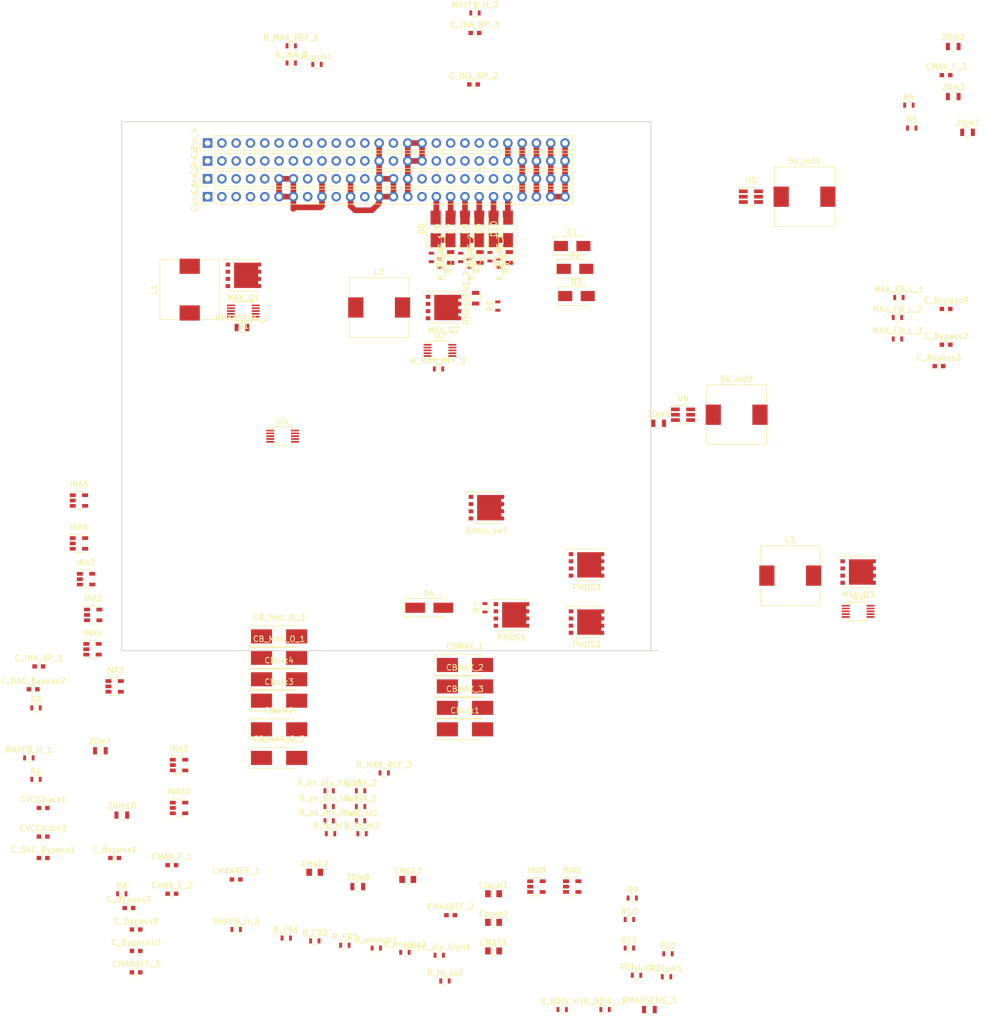
<source format=kicad_pcb>
(kicad_pcb (version 4) (host pcbnew 4.0.7)
  (layers (0 F.Cu signal) (31 B.Cu signal) (34 B.Paste user) (35 F.Paste user) (36 B.SilkS user) (37 F.SilkS user) (38 B.Mask user) (39 F.Mask user) (44 Edge.Cuts user))
  (net 0 "")
  (net 1 "Net-(5V_ind1-Pad1)")
  (net 2 /OUTPUT/5VBuck/5V_OUT)
  (net 3 "Net-(5V_ind2-Pad1)")
  (net 4 /Input/Output_1)
  (net 5 /Input/InaOutput/I_in_1)
  (net 6 /Input/InaOutput/I_in_2)
  (net 7 /Input/InaOutput/I_in_3)
  (net 8 /5V_1)
  (net 9 /5V_2)
  (net 10 /Batt_V_1)
  (net 11 /OUTPUT/POWER_INPUT)
  (net 12 /Batt_V_2)
  (net 13 /Input/Boost_Converters/I_in_1)
  (net 14 GND)
  (net 15 /Input/Boost_Converters/I_in_2)
  (net 16 /Input/Boost_Converters/I_in_3)
  (net 17 "Net-(Cboot1-Pad1)")
  (net 18 "Net-(Cboot2-Pad1)")
  (net 19 "Net-(CMAX1-Pad1)")
  (net 20 "Net-(CMAX2-Pad1)")
  (net 21 "Net-(CMAX3-Pad1)")
  (net 22 "Net-(CMAXREF_1-Pad1)")
  (net 23 "Net-(CMAXREF_2-Pad1)")
  (net 24 "Net-(CMAXREF_3-Pad1)")
  (net 25 /Input/Boost_Converters/MAX668/FB)
  (net 26 /3V3)
  (net 27 /B+)
  (net 28 "Net-(D4-Pad2)")
  (net 29 /A_1_I)
  (net 30 /A_2_I)
  (net 31 /A_3_I)
  (net 32 /A_3_O)
  (net 33 /Input/InaOutput/INA_out/Ina_Analog)
  (net 34 /A_1_O)
  (net 35 /Curr_5V_1)
  (net 36 /Curr_5V_2)
  (net 37 /Curr_Vbat_1)
  (net 38 /Curr_Vbat_2)
  (net 39 "Net-(D1-Pad2)")
  (net 40 "Net-(D2-Pad2)")
  (net 41 "Net-(D3-Pad2)")
  (net 42 "Net-(MAX_Q1-Pad1)")
  (net 43 "Net-(MAX_Q1-Pad3)")
  (net 44 "Net-(MAX_Q2-Pad1)")
  (net 45 "Net-(MAX_Q2-Pad3)")
  (net 46 "Net-(MAX_Q3-Pad1)")
  (net 47 "Net-(MAX_Q3-Pad3)")
  (net 48 /MCU_POWER_SW)
  (net 49 "Net-(Nmos_sw1-Pad2)")
  (net 50 "Net-(Nmos_sw1-Pad3)")
  (net 51 /RBF1)
  (net 52 "Net-(PMOS2-Pad3)")
  (net 53 /Input/SDA)
  (net 54 /V1)
  (net 55 /Input/SCL)
  (net 56 /V2)
  (net 57 /V3)
  (net 58 /RBF2)
  (net 59 /Batt_voltage_divided)
  (net 60 "Net-(R_en_div_high1-Pad2)")
  (net 61 /En_5V_1)
  (net 62 "Net-(R_en_div_high2-Pad2)")
  (net 63 /En_5V_2)
  (net 64 /Input/DAC/Dac_1)
  (net 65 /Input/DAC/Dac_2)
  (net 66 /Input/DAC/Dac_3)
  (net 67 "Net-(R_fb_hi1-Pad2)")
  (net 68 "Net-(R_fb_hi2-Pad2)")
  (net 69 "Net-(R_MAX_REF_1-Pad1)")
  (net 70 "Net-(R_MAX_REF_2-Pad1)")
  (net 71 "Net-(R_MAX_REF_3-Pad1)")
  (net 72 /Input/LDAC)
  (net 73 "Net-(U4-Pad5)")
  (net 74 "Net-(U4-Pad9)")
  (net 75 "Net-(Conn_1-Pad4)")
  (net 76 "Net-(Conn_1-Pad5)")
  (net 77 "Net-(Conn_1-Pad16)")
  (net 78 "Net-(Conn_3-Pad1)")
  (net 79 "Net-(Conn_3-Pad2)")
  (net 80 "Net-(Conn_3-Pad5)")
  (net 81 "Net-(Conn_3-Pad6)")
  (net 82 "Net-(Conn_3-Pad7)")
  (net 83 "Net-(Conn_3-Pad10)")
  (net 84 "Net-(Conn_3-Pad12)")
  (net 85 "Net-(Conn_3-Pad14)")
  (net 86 "Net-(Conn_3-Pad17)")
  (net 87 "Net-(Conn_3-Pad18)")
  (net 88 "Net-(Conn_3-Pad19)")
  (net 89 "Net-(Conn_3-Pad20)")
  (net 90 "Net-(Conn_3-Pad21)")
  (net 91 "Net-(Conn_2-Pad4)")
  (net 92 "Net-(Conn_2-Pad5)")
  (net 93 "Net-(Conn_2-Pad16)")
  (net 94 "Net-(Conn_2-Pad22)")
  (net 95 "Net-(Conn_4-Pad1)")
  (net 96 "Net-(Conn_4-Pad2)")
  (net 97 "Net-(Conn_4-Pad5)")
  (net 98 "Net-(Conn_4-Pad6)")
  (net 99 "Net-(Conn_4-Pad7)")
  (net 100 "Net-(Conn_4-Pad10)")
  (net 101 "Net-(Conn_4-Pad12)")
  (net 102 "Net-(Conn_4-Pad14)")
  (net 103 "Net-(Conn_4-Pad17)")
  (net 104 "Net-(Conn_4-Pad18)")
  (net 105 "Net-(Conn_4-Pad19)")
  (net 106 "Net-(Conn_4-Pad20)")
  (net 107 "Net-(Conn_1-Pad17)")
  (net 108 "Net-(Conn_1-Pad18)")
  (net 109 "Net-(Conn_1-Pad19)")
  (net 110 "Net-(Conn_1-Pad20)")
  (net 111 "Net-(Conn_1-Pad21)")
  (net 112 "Net-(Conn_1-Pad22)")
  (net 113 /Connectors/CAN_1_L)
  (net 114 /Connectors/CAN_1_H)
  (net 115 /Connectors/5V_1)
  (net 116 /Connectors/5V_2)
  (net 117 /Connectors/Batt_V_1)
  (net 118 /Connectors/Batt_V_2)
  (net 119 /Connectors/CAN_2_L)
  (net 120 /Connectors/CAN_2_H)
  (net 121 /Connectors/DSW_1)
  (net 122 /Connectors/DSW_3)
  (net 123 /Connectors/RBF_DEPL)
  (net 124 /Connectors/Batt_TEMP1)
  (net 125 /Connectors/DSW_2)
  (net 126 /Connectors/RBF_POWER)
  (net 127 X+)
  (net 128 Y+)
  (net 129 Z+)
  (module Inductors_SMD:L_10.4x10.4_H4.8 (layer F.Cu) (at 173.355 48.895)
    (fp_text reference 5V_ind1 (at 0 -6.35) (layer F.SilkS))
    (fp_text value 10u)
    (pad 1 smd rect (at -4.15 0) (size 2.7 3.6) (layers F.Cu F.Paste F.Mask) (net 1 "Net-(5V_ind1-Pad1)"))
    (pad 2 smd rect (at 4.15 0) (size 2.7 3.6) (layers F.Cu F.Paste F.Mask) (net 2 /OUTPUT/5VBuck/5V_OUT))
  )
  (module Inductors_SMD:L_10.4x10.4_H4.8 (layer F.Cu) (at 161.29 87.63)
    (fp_text reference 5V_ind2 (at 0 -6.35) (layer F.SilkS))
    (fp_text value 10u)
    (pad 1 smd rect (at -4.15 0) (size 2.7 3.6) (layers F.Cu F.Paste F.Mask) (net 3 "Net-(5V_ind2-Pad1)"))
    (pad 2 smd rect (at 4.15 0) (size 2.7 3.6) (layers F.Cu F.Paste F.Mask) (net 2 /OUTPUT/5VBuck/5V_OUT))
  )
  (module Resistors_SMD:R_0805 (layer F.Cu) (at 48.26 147.32)
    (fp_text reference 20m1 (at 0 -1.65) (layer F.SilkS))
    (fp_text value R_Shunt)
    (pad 1 smd rect (at -0.95 0) (size 0.7 1.3) (layers F.Cu F.Paste F.Mask) (net 4 /Input/Output_1))
    (pad 2 smd rect (at 0.95 0) (size 0.7 1.3) (layers F.Cu F.Paste F.Mask) (net 5 /Input/InaOutput/I_in_1))
  )
  (module Resistors_SMD:R_0805 (layer F.Cu) (at 199.771 22.225)
    (fp_text reference 20m2 (at 0 -1.65) (layer F.SilkS))
    (fp_text value R_Shunt)
    (pad 1 smd rect (at -0.95 0) (size 0.7 1.3) (layers F.Cu F.Paste F.Mask) (net 4 /Input/Output_1))
    (pad 2 smd rect (at 0.95 0) (size 0.7 1.3) (layers F.Cu F.Paste F.Mask) (net 6 /Input/InaOutput/I_in_2))
  )
  (module Resistors_SMD:R_0805 (layer F.Cu) (at 199.771 31.115)
    (fp_text reference 20m3 (at 0 -1.65) (layer F.SilkS))
    (fp_text value R_Shunt)
    (pad 1 smd rect (at -0.95 0) (size 0.7 1.3) (layers F.Cu F.Paste F.Mask) (net 4 /Input/Output_1))
    (pad 2 smd rect (at 0.95 0) (size 0.7 1.3) (layers F.Cu F.Paste F.Mask) (net 7 /Input/InaOutput/I_in_3))
  )
  (module Resistors_SMD:R_0805 (layer F.Cu) (at 202.311 37.465)
    (fp_text reference 20m7 (at 0 -1.65) (layer F.SilkS))
    (fp_text value R_Shunt)
    (pad 1 smd rect (at -0.95 0) (size 0.7 1.3) (layers F.Cu F.Paste F.Mask) (net 8 /5V_1))
    (pad 2 smd rect (at 0.95 0) (size 0.7 1.3) (layers F.Cu F.Paste F.Mask) (net 2 /OUTPUT/5VBuck/5V_OUT))
  )
  (module Resistors_SMD:R_0805 (layer F.Cu) (at 93.98 171.45)
    (fp_text reference 20m8 (at 0 -1.65) (layer F.SilkS))
    (fp_text value R_Shunt)
    (pad 1 smd rect (at -0.95 0) (size 0.7 1.3) (layers F.Cu F.Paste F.Mask) (net 9 /5V_2))
    (pad 2 smd rect (at 0.95 0) (size 0.7 1.3) (layers F.Cu F.Paste F.Mask) (net 2 /OUTPUT/5VBuck/5V_OUT))
  )
  (module Resistors_SMD:R_0805 (layer F.Cu) (at 147.447 89.154)
    (fp_text reference 20m9 (at 0 -1.65) (layer F.SilkS))
    (fp_text value R_Shunt)
    (pad 1 smd rect (at -0.95 0) (size 0.7 1.3) (layers F.Cu F.Paste F.Mask) (net 10 /Batt_V_1))
    (pad 2 smd rect (at 0.95 0) (size 0.7 1.3) (layers F.Cu F.Paste F.Mask) (net 11 /OUTPUT/POWER_INPUT))
  )
  (module Resistors_SMD:R_0805 (layer F.Cu) (at 52.07 158.75)
    (fp_text reference 20m10 (at 0 -1.65) (layer F.SilkS))
    (fp_text value R_Shunt)
    (pad 1 smd rect (at -0.95 0) (size 0.7 1.3) (layers F.Cu F.Paste F.Mask) (net 12 /Batt_V_2))
    (pad 2 smd rect (at 0.95 0) (size 0.7 1.3) (layers F.Cu F.Paste F.Mask) (net 11 /OUTPUT/POWER_INPUT))
  )
  (module Capacitors_Tantalum_SMD:CP_Tantalum_Case-C_EIA-6032-28_Hand (layer F.Cu) (at 113.03 132.08)
    (fp_text reference CBMAX_1 (at 0 -3.35) (layer F.SilkS))
    (fp_text value 68uF)
    (pad 1 smd rect (at -3.125 0) (size 3.75 2.5) (layers F.Cu F.Paste F.Mask) (net 13 /Input/Boost_Converters/I_in_1))
    (pad 2 smd rect (at 3.125 0) (size 3.75 2.5) (layers F.Cu F.Paste F.Mask) (net 14 GND))
  )
  (module Capacitors_Tantalum_SMD:CP_Tantalum_Case-C_EIA-6032-28_Hand (layer F.Cu) (at 113.03 135.89)
    (fp_text reference CBMAX_2 (at 0 -3.35) (layer F.SilkS))
    (fp_text value 68uF)
    (pad 1 smd rect (at -3.125 0) (size 3.75 2.5) (layers F.Cu F.Paste F.Mask) (net 15 /Input/Boost_Converters/I_in_2))
    (pad 2 smd rect (at 3.125 0) (size 3.75 2.5) (layers F.Cu F.Paste F.Mask) (net 14 GND))
  )
  (module Capacitors_Tantalum_SMD:CP_Tantalum_Case-C_EIA-6032-28_Hand (layer F.Cu) (at 113.03 139.7)
    (fp_text reference CBMAX_3 (at 0 -3.35) (layer F.SilkS))
    (fp_text value 68uF)
    (pad 1 smd rect (at -3.125 0) (size 3.75 2.5) (layers F.Cu F.Paste F.Mask) (net 16 /Input/Boost_Converters/I_in_3))
    (pad 2 smd rect (at 3.125 0) (size 3.75 2.5) (layers F.Cu F.Paste F.Mask) (net 14 GND))
  )
  (module Capacitors_SMD:C_0805 (layer F.Cu) (at 118.11 172.72)
    (fp_text reference Cboot1 (at 0 -1.5) (layer F.SilkS))
    (fp_text value .1uF)
    (pad 1 smd rect (at -1 0) (size 1 1.25) (layers F.Cu F.Paste F.Mask) (net 17 "Net-(Cboot1-Pad1)"))
    (pad 2 smd rect (at 1 0) (size 1 1.25) (layers F.Cu F.Paste F.Mask) (net 1 "Net-(5V_ind1-Pad1)"))
  )
  (module Capacitors_SMD:C_0805 (layer F.Cu) (at 118.11 177.8)
    (fp_text reference Cboot2 (at 0 -1.5) (layer F.SilkS))
    (fp_text value .1uF)
    (pad 1 smd rect (at -1 0) (size 1 1.25) (layers F.Cu F.Paste F.Mask) (net 18 "Net-(Cboot2-Pad1)"))
    (pad 2 smd rect (at 1 0) (size 1 1.25) (layers F.Cu F.Paste F.Mask) (net 3 "Net-(5V_ind2-Pad1)"))
  )
  (module Capacitors_Tantalum_SMD:CP_Tantalum_Case-C_EIA-6032-28_Hand (layer F.Cu) (at 113.03 143.51)
    (fp_text reference CBulk1 (at 0 -3.35) (layer F.SilkS))
    (fp_text value C)
    (pad 1 smd rect (at -3.125 0) (size 3.75 2.5) (layers F.Cu F.Paste F.Mask) (net 2 /OUTPUT/5VBuck/5V_OUT))
    (pad 2 smd rect (at 3.125 0) (size 3.75 2.5) (layers F.Cu F.Paste F.Mask) (net 14 GND))
  )
  (module Capacitors_Tantalum_SMD:CP_Tantalum_Case-C_EIA-6032-28_Hand (layer F.Cu) (at 80.01 143.51)
    (fp_text reference CBulk2 (at 0 -3.35) (layer F.SilkS))
    (fp_text value C)
    (pad 1 smd rect (at -3.125 0) (size 3.75 2.5) (layers F.Cu F.Paste F.Mask) (net 2 /OUTPUT/5VBuck/5V_OUT))
    (pad 2 smd rect (at 3.125 0) (size 3.75 2.5) (layers F.Cu F.Paste F.Mask) (net 14 GND))
  )
  (module Capacitors_Tantalum_SMD:CP_Tantalum_Case-C_EIA-6032-28_Hand (layer F.Cu) (at 80.01 138.43)
    (fp_text reference CBulk3 (at 0 -3.35) (layer F.SilkS))
    (fp_text value C)
    (pad 1 smd rect (at -3.125 0) (size 3.75 2.5) (layers F.Cu F.Paste F.Mask) (net 2 /OUTPUT/5VBuck/5V_OUT))
    (pad 2 smd rect (at 3.125 0) (size 3.75 2.5) (layers F.Cu F.Paste F.Mask) (net 14 GND))
  )
  (module Capacitors_Tantalum_SMD:CP_Tantalum_Case-C_EIA-6032-28_Hand (layer F.Cu) (at 80.01 134.62)
    (fp_text reference CBulk4 (at 0 -3.35) (layer F.SilkS))
    (fp_text value C)
    (pad 1 smd rect (at -3.125 0) (size 3.75 2.5) (layers F.Cu F.Paste F.Mask) (net 2 /OUTPUT/5VBuck/5V_OUT))
    (pad 2 smd rect (at 3.125 0) (size 3.75 2.5) (layers F.Cu F.Paste F.Mask) (net 14 GND))
  )
  (module Capacitors_Tantalum_SMD:CP_Tantalum_Case-C_EIA-6032-28_Hand (layer F.Cu) (at 80.01 130.81)
    (fp_text reference CB_MAX_O_1 (at 0 -3.35) (layer F.SilkS))
    (fp_text value 68uF)
    (pad 1 smd rect (at -3.125 0) (size 3.75 2.5) (layers F.Cu F.Paste F.Mask) (net 5 /Input/InaOutput/I_in_1))
    (pad 2 smd rect (at 3.125 0) (size 3.75 2.5) (layers F.Cu F.Paste F.Mask) (net 14 GND))
  )
  (module Capacitors_Tantalum_SMD:CP_Tantalum_Case-C_EIA-6032-28_Hand (layer F.Cu) (at 80.01 148.59)
    (fp_text reference CB_MAX_O_2 (at 0 -3.35) (layer F.SilkS))
    (fp_text value 68uF)
    (pad 1 smd rect (at -3.125 0) (size 3.75 2.5) (layers F.Cu F.Paste F.Mask) (net 6 /Input/InaOutput/I_in_2))
    (pad 2 smd rect (at 3.125 0) (size 3.75 2.5) (layers F.Cu F.Paste F.Mask) (net 14 GND))
  )
  (module Capacitors_Tantalum_SMD:CP_Tantalum_Case-C_EIA-6032-28_Hand (layer F.Cu) (at 80.01 127)
    (fp_text reference CB_MAX_O_3 (at 0 -3.35) (layer F.SilkS))
    (fp_text value 68uF)
    (pad 1 smd rect (at -3.125 0) (size 3.75 2.5) (layers F.Cu F.Paste F.Mask) (net 7 /Input/InaOutput/I_in_3))
    (pad 2 smd rect (at 3.125 0) (size 3.75 2.5) (layers F.Cu F.Paste F.Mask) (net 14 GND))
  )
  (module Capacitors_SMD:C_0805 (layer F.Cu) (at 118.11 182.88)
    (fp_text reference CMAX1 (at 0 -1.5) (layer F.SilkS))
    (fp_text value 1uF)
    (pad 1 smd rect (at -1 0) (size 1 1.25) (layers F.Cu F.Paste F.Mask) (net 19 "Net-(CMAX1-Pad1)"))
    (pad 2 smd rect (at 1 0) (size 1 1.25) (layers F.Cu F.Paste F.Mask) (net 14 GND))
  )
  (module Capacitors_SMD:C_0805 (layer F.Cu) (at 86.36 168.91)
    (fp_text reference CMAX2 (at 0 -1.5) (layer F.SilkS))
    (fp_text value 1uF)
    (pad 1 smd rect (at -1 0) (size 1 1.25) (layers F.Cu F.Paste F.Mask) (net 20 "Net-(CMAX2-Pad1)"))
    (pad 2 smd rect (at 1 0) (size 1 1.25) (layers F.Cu F.Paste F.Mask) (net 14 GND))
  )
  (module Capacitors_SMD:C_0805 (layer F.Cu) (at 102.87 170.18)
    (fp_text reference CMAX3 (at 0 -1.5) (layer F.SilkS))
    (fp_text value 1uF)
    (pad 1 smd rect (at -1 0) (size 1 1.25) (layers F.Cu F.Paste F.Mask) (net 21 "Net-(CMAX3-Pad1)"))
    (pad 2 smd rect (at 1 0) (size 1 1.25) (layers F.Cu F.Paste F.Mask) (net 14 GND))
  )
  (module Capacitors_SMD:C_0603 (layer F.Cu) (at 72.39 170.18)
    (fp_text reference CMAXREF_1 (at 0 -1.5) (layer F.SilkS))
    (fp_text value .22uF)
    (pad 2 smd rect (at 0.75 0) (size 0.8 0.75) (layers F.Cu F.Paste F.Mask) (net 14 GND))
    (pad 1 smd rect (at -0.75 0) (size 0.8 0.75) (layers F.Cu F.Paste F.Mask) (net 22 "Net-(CMAXREF_1-Pad1)"))
  )
  (module Capacitors_SMD:C_0603 (layer F.Cu) (at 110.49 176.53)
    (fp_text reference CMAXREF_2 (at 0 -1.5) (layer F.SilkS))
    (fp_text value .22uF)
    (pad 2 smd rect (at 0.75 0) (size 0.8 0.75) (layers F.Cu F.Paste F.Mask) (net 14 GND))
    (pad 1 smd rect (at -0.75 0) (size 0.8 0.75) (layers F.Cu F.Paste F.Mask) (net 23 "Net-(CMAXREF_2-Pad1)"))
  )
  (module Capacitors_SMD:C_0603 (layer F.Cu) (at 54.61 186.69)
    (fp_text reference CMAXREF_3 (at 0 -1.5) (layer F.SilkS))
    (fp_text value .22uF)
    (pad 2 smd rect (at 0.75 0) (size 0.8 0.75) (layers F.Cu F.Paste F.Mask) (net 14 GND))
    (pad 1 smd rect (at -0.75 0) (size 0.8 0.75) (layers F.Cu F.Paste F.Mask) (net 24 "Net-(CMAXREF_3-Pad1)"))
  )
  (module Capacitors_SMD:C_0603 (layer F.Cu) (at 60.96 167.64)
    (fp_text reference CMAX_F_1 (at 0 -1.5) (layer F.SilkS))
    (fp_text value 220pF)
    (pad 2 smd rect (at 0.75 0) (size 0.8 0.75) (layers F.Cu F.Paste F.Mask) (net 14 GND))
    (pad 1 smd rect (at -0.75 0) (size 0.8 0.75) (layers F.Cu F.Paste F.Mask) (net 25 /Input/Boost_Converters/MAX668/FB))
  )
  (module Capacitors_SMD:C_0603 (layer F.Cu) (at 60.96 172.72)
    (fp_text reference CMAX_F_2 (at 0 -1.5) (layer F.SilkS))
    (fp_text value 220pF)
    (pad 2 smd rect (at 0.75 0) (size 0.8 0.75) (layers F.Cu F.Paste F.Mask) (net 14 GND))
    (pad 1 smd rect (at -0.75 0) (size 0.8 0.75) (layers F.Cu F.Paste F.Mask) (net 25 /Input/Boost_Converters/MAX668/FB))
  )
  (module Capacitors_SMD:C_0603 (layer F.Cu) (at 198.501 27.305)
    (fp_text reference CMAX_F_3 (at 0 -1.5) (layer F.SilkS))
    (fp_text value 220pF)
    (pad 2 smd rect (at 0.75 0) (size 0.8 0.75) (layers F.Cu F.Paste F.Mask) (net 14 GND))
    (pad 1 smd rect (at -0.75 0) (size 0.8 0.75) (layers F.Cu F.Paste F.Mask) (net 25 /Input/Boost_Converters/MAX668/FB))
  )
  (module Capacitors_SMD:C_0603 (layer F.Cu) (at 38.1 157.48)
    (fp_text reference CVCCbuck1 (at 0 -1.5) (layer F.SilkS))
    (fp_text value 10u)
    (pad 2 smd rect (at 0.75 0) (size 0.8 0.75) (layers F.Cu F.Paste F.Mask) (net 14 GND))
    (pad 1 smd rect (at -0.75 0) (size 0.8 0.75) (layers F.Cu F.Paste F.Mask) (net 11 /OUTPUT/POWER_INPUT))
  )
  (module Capacitors_SMD:C_0603 (layer F.Cu) (at 38.1 162.56)
    (fp_text reference CVCCbuck2 (at 0 -1.5) (layer F.SilkS))
    (fp_text value 10u)
    (pad 2 smd rect (at 0.75 0) (size 0.8 0.75) (layers F.Cu F.Paste F.Mask) (net 14 GND))
    (pad 1 smd rect (at -0.75 0) (size 0.8 0.75) (layers F.Cu F.Paste F.Mask) (net 11 /OUTPUT/POWER_INPUT))
  )
  (module Capacitors_SMD:C_0603 (layer F.Cu) (at 50.8 166.37)
    (fp_text reference C_Bypass1 (at 0 -1.5) (layer F.SilkS))
    (fp_text value .1u)
    (pad 2 smd rect (at 0.75 0) (size 0.8 0.75) (layers F.Cu F.Paste F.Mask) (net 14 GND))
    (pad 1 smd rect (at -0.75 0) (size 0.8 0.75) (layers F.Cu F.Paste F.Mask) (net 26 /3V3))
  )
  (module Capacitors_SMD:C_0603 (layer F.Cu) (at 198.501 75.184)
    (fp_text reference C_Bypass2 (at 0 -1.5) (layer F.SilkS))
    (fp_text value .1u)
    (pad 2 smd rect (at 0.75 0) (size 0.8 0.75) (layers F.Cu F.Paste F.Mask) (net 14 GND))
    (pad 1 smd rect (at -0.75 0) (size 0.8 0.75) (layers F.Cu F.Paste F.Mask) (net 26 /3V3))
  )
  (module Capacitors_SMD:C_0603 (layer F.Cu) (at 197.231 78.994)
    (fp_text reference C_Bypass3 (at 0 -1.5) (layer F.SilkS))
    (fp_text value .1u)
    (pad 2 smd rect (at 0.75 0) (size 0.8 0.75) (layers F.Cu F.Paste F.Mask) (net 14 GND))
    (pad 1 smd rect (at -0.75 0) (size 0.8 0.75) (layers F.Cu F.Paste F.Mask) (net 26 /3V3))
  )
  (module Capacitors_SMD:C_0603 (layer F.Cu) (at 53.34 175.26)
    (fp_text reference C_Bypass7 (at 0 -1.5) (layer F.SilkS))
    (fp_text value .1u)
    (pad 2 smd rect (at 0.75 0) (size 0.8 0.75) (layers F.Cu F.Paste F.Mask) (net 14 GND))
    (pad 1 smd rect (at -0.75 0) (size 0.8 0.75) (layers F.Cu F.Paste F.Mask) (net 26 /3V3))
  )
  (module Capacitors_SMD:C_0603 (layer F.Cu) (at 54.61 179.07)
    (fp_text reference C_Bypass8 (at 0 -1.5) (layer F.SilkS))
    (fp_text value .1u)
    (pad 2 smd rect (at 0.75 0) (size 0.8 0.75) (layers F.Cu F.Paste F.Mask) (net 14 GND))
    (pad 1 smd rect (at -0.75 0) (size 0.8 0.75) (layers F.Cu F.Paste F.Mask) (net 26 /3V3))
  )
  (module Capacitors_SMD:C_0603 (layer F.Cu) (at 198.501 68.834)
    (fp_text reference C_Bypass9 (at 0 -1.5) (layer F.SilkS))
    (fp_text value .1u)
    (pad 2 smd rect (at 0.75 0) (size 0.8 0.75) (layers F.Cu F.Paste F.Mask) (net 14 GND))
    (pad 1 smd rect (at -0.75 0) (size 0.8 0.75) (layers F.Cu F.Paste F.Mask) (net 26 /3V3))
  )
  (module Capacitors_SMD:C_0603 (layer F.Cu) (at 54.61 182.88)
    (fp_text reference C_Bypass10 (at 0 -1.5) (layer F.SilkS))
    (fp_text value .1u)
    (pad 2 smd rect (at 0.75 0) (size 0.8 0.75) (layers F.Cu F.Paste F.Mask) (net 14 GND))
    (pad 1 smd rect (at -0.75 0) (size 0.8 0.75) (layers F.Cu F.Paste F.Mask) (net 26 /3V3))
  )
  (module Capacitors_SMD:C_0603 (layer F.Cu) (at 38.1 166.37)
    (fp_text reference C_DAC_Bypass1 (at 0 -1.5) (layer F.SilkS))
    (fp_text value C)
    (pad 2 smd rect (at 0.75 0) (size 0.8 0.75) (layers F.Cu F.Paste F.Mask) (net 14 GND))
    (pad 1 smd rect (at -0.75 0) (size 0.8 0.75) (layers F.Cu F.Paste F.Mask) (net 26 /3V3))
  )
  (module Capacitors_SMD:C_0603 (layer F.Cu) (at 36.322 136.398)
    (fp_text reference C_DAC_Bypass2 (at 0 -1.5) (layer F.SilkS))
    (fp_text value C)
    (pad 2 smd rect (at 0.75 0) (size 0.8 0.75) (layers F.Cu F.Paste F.Mask) (net 14 GND))
    (pad 1 smd rect (at -0.75 0) (size 0.8 0.75) (layers F.Cu F.Paste F.Mask) (net 26 /3V3))
  )
  (module Capacitors_SMD:C_0603 (layer F.Cu) (at 37.338 132.334)
    (fp_text reference C_INA_BP_1 (at 0 -1.5) (layer F.SilkS))
    (fp_text value .1u)
    (pad 2 smd rect (at 0.75 0) (size 0.8 0.75) (layers F.Cu F.Paste F.Mask) (net 14 GND))
    (pad 1 smd rect (at -0.75 0) (size 0.8 0.75) (layers F.Cu F.Paste F.Mask) (net 26 /3V3))
  )
  (module Capacitors_SMD:C_0603 (layer F.Cu) (at 114.554 28.956)
    (fp_text reference C_INA_BP_2 (at 0 -1.5) (layer F.SilkS))
    (fp_text value .1u)
    (pad 2 smd rect (at 0.75 0) (size 0.8 0.75) (layers F.Cu F.Paste F.Mask) (net 14 GND))
    (pad 1 smd rect (at -0.75 0) (size 0.8 0.75) (layers F.Cu F.Paste F.Mask) (net 26 /3V3))
  )
  (module Capacitors_SMD:C_0603 (layer F.Cu) (at 114.808 19.812)
    (fp_text reference C_INA_BP_3 (at 0 -1.5) (layer F.SilkS))
    (fp_text value .1u)
    (pad 2 smd rect (at 0.75 0) (size 0.8 0.75) (layers F.Cu F.Paste F.Mask) (net 14 GND))
    (pad 1 smd rect (at -0.75 0) (size 0.8 0.75) (layers F.Cu F.Paste F.Mask) (net 26 /3V3))
  )
  (module Diodes_SMD:D_SMA_Handsoldering (layer F.Cu) (at 106.68 121.92)
    (fp_text reference D4 (at 0 -2.5) (layer F.SilkS))
    (fp_text value D)
    (pad 1 smd rect (at -2.5 0) (size 3.5 1.8) (layers F.Cu F.Paste F.Mask) (net 27 /B+))
    (pad 2 smd rect (at 2.5 0) (size 3.5 1.8) (layers F.Cu F.Paste F.Mask) (net 28 "Net-(D4-Pad2)"))
  )
  (module TO_SOT_Packages_SMD:SOT-23-5 (layer F.Cu) (at 132.08 171.45)
    (fp_text reference INA1 (at 0 -2.9) (layer F.SilkS))
    (fp_text value INA139)
    (pad 1 smd rect (at -1.1 -0.95) (size 1.06 0.65) (layers F.Cu F.Paste F.Mask) (net 29 /A_1_I))
    (pad 2 smd rect (at -1.1 0) (size 1.06 0.65) (layers F.Cu F.Paste F.Mask) (net 14 GND))
    (pad 3 smd rect (at -1.1 0.95) (size 1.06 0.65) (layers F.Cu F.Paste F.Mask) (net 127 X+))
    (pad 4 smd rect (at 1.1 0.95) (size 1.06 0.65) (layers F.Cu F.Paste F.Mask) (net 13 /Input/Boost_Converters/I_in_1))
    (pad 5 smd rect (at 1.1 -0.95) (size 1.06 0.65) (layers F.Cu F.Paste F.Mask) (net 26 /3V3))
  )
  (module TO_SOT_Packages_SMD:SOT-23-5 (layer F.Cu) (at 46.99 123.19)
    (fp_text reference INA2 (at 0 -2.9) (layer F.SilkS))
    (fp_text value INA139)
    (pad 1 smd rect (at -1.1 -0.95) (size 1.06 0.65) (layers F.Cu F.Paste F.Mask) (net 30 /A_2_I))
    (pad 2 smd rect (at -1.1 0) (size 1.06 0.65) (layers F.Cu F.Paste F.Mask) (net 14 GND))
    (pad 3 smd rect (at -1.1 0.95) (size 1.06 0.65) (layers F.Cu F.Paste F.Mask) (net 128 Y+))
    (pad 4 smd rect (at 1.1 0.95) (size 1.06 0.65) (layers F.Cu F.Paste F.Mask) (net 15 /Input/Boost_Converters/I_in_2))
    (pad 5 smd rect (at 1.1 -0.95) (size 1.06 0.65) (layers F.Cu F.Paste F.Mask) (net 26 /3V3))
  )
  (module TO_SOT_Packages_SMD:SOT-23-5 (layer F.Cu) (at 50.8 135.89)
    (fp_text reference INA3 (at 0 -2.9) (layer F.SilkS))
    (fp_text value INA139)
    (pad 1 smd rect (at -1.1 -0.95) (size 1.06 0.65) (layers F.Cu F.Paste F.Mask) (net 31 /A_3_I))
    (pad 2 smd rect (at -1.1 0) (size 1.06 0.65) (layers F.Cu F.Paste F.Mask) (net 14 GND))
    (pad 3 smd rect (at -1.1 0.95) (size 1.06 0.65) (layers F.Cu F.Paste F.Mask) (net 129 Z+))
    (pad 4 smd rect (at 1.1 0.95) (size 1.06 0.65) (layers F.Cu F.Paste F.Mask) (net 16 /Input/Boost_Converters/I_in_3))
    (pad 5 smd rect (at 1.1 -0.95) (size 1.06 0.65) (layers F.Cu F.Paste F.Mask) (net 26 /3V3))
  )
  (module TO_SOT_Packages_SMD:SOT-23-5 (layer F.Cu) (at 46.863 129.286)
    (fp_text reference INA4 (at 0 -2.9) (layer F.SilkS))
    (fp_text value INA139)
    (pad 1 smd rect (at -1.1 -0.95) (size 1.06 0.65) (layers F.Cu F.Paste F.Mask) (net 32 /A_3_O))
    (pad 2 smd rect (at -1.1 0) (size 1.06 0.65) (layers F.Cu F.Paste F.Mask) (net 14 GND))
    (pad 3 smd rect (at -1.1 0.95) (size 1.06 0.65) (layers F.Cu F.Paste F.Mask) (net 5 /Input/InaOutput/I_in_1))
    (pad 4 smd rect (at 1.1 0.95) (size 1.06 0.65) (layers F.Cu F.Paste F.Mask) (net 4 /Input/Output_1))
    (pad 5 smd rect (at 1.1 -0.95) (size 1.06 0.65) (layers F.Cu F.Paste F.Mask) (net 26 /3V3))
  )
  (module TO_SOT_Packages_SMD:SOT-23-5 (layer F.Cu) (at 44.45 102.87)
    (fp_text reference INA5 (at 0 -2.9) (layer F.SilkS))
    (fp_text value INA139)
    (pad 1 smd rect (at -1.1 -0.95) (size 1.06 0.65) (layers F.Cu F.Paste F.Mask) (net 33 /Input/InaOutput/INA_out/Ina_Analog))
    (pad 2 smd rect (at -1.1 0) (size 1.06 0.65) (layers F.Cu F.Paste F.Mask) (net 14 GND))
    (pad 3 smd rect (at -1.1 0.95) (size 1.06 0.65) (layers F.Cu F.Paste F.Mask) (net 6 /Input/InaOutput/I_in_2))
    (pad 4 smd rect (at 1.1 0.95) (size 1.06 0.65) (layers F.Cu F.Paste F.Mask) (net 4 /Input/Output_1))
    (pad 5 smd rect (at 1.1 -0.95) (size 1.06 0.65) (layers F.Cu F.Paste F.Mask) (net 26 /3V3))
  )
  (module TO_SOT_Packages_SMD:SOT-23-5 (layer F.Cu) (at 44.45 110.49)
    (fp_text reference INA6 (at 0 -2.9) (layer F.SilkS))
    (fp_text value INA139)
    (pad 1 smd rect (at -1.1 -0.95) (size 1.06 0.65) (layers F.Cu F.Paste F.Mask) (net 34 /A_1_O))
    (pad 2 smd rect (at -1.1 0) (size 1.06 0.65) (layers F.Cu F.Paste F.Mask) (net 14 GND))
    (pad 3 smd rect (at -1.1 0.95) (size 1.06 0.65) (layers F.Cu F.Paste F.Mask) (net 7 /Input/InaOutput/I_in_3))
    (pad 4 smd rect (at 1.1 0.95) (size 1.06 0.65) (layers F.Cu F.Paste F.Mask) (net 4 /Input/Output_1))
    (pad 5 smd rect (at 1.1 -0.95) (size 1.06 0.65) (layers F.Cu F.Paste F.Mask) (net 26 /3V3))
  )
  (module TO_SOT_Packages_SMD:SOT-23-5 (layer F.Cu) (at 45.72 116.84)
    (fp_text reference INA7 (at 0 -2.9) (layer F.SilkS))
    (fp_text value INA139)
    (pad 1 smd rect (at -1.1 -0.95) (size 1.06 0.65) (layers F.Cu F.Paste F.Mask) (net 35 /Curr_5V_1))
    (pad 2 smd rect (at -1.1 0) (size 1.06 0.65) (layers F.Cu F.Paste F.Mask) (net 14 GND))
    (pad 3 smd rect (at -1.1 0.95) (size 1.06 0.65) (layers F.Cu F.Paste F.Mask) (net 2 /OUTPUT/5VBuck/5V_OUT))
    (pad 4 smd rect (at 1.1 0.95) (size 1.06 0.65) (layers F.Cu F.Paste F.Mask) (net 8 /5V_1))
    (pad 5 smd rect (at 1.1 -0.95) (size 1.06 0.65) (layers F.Cu F.Paste F.Mask) (net 26 /3V3))
  )
  (module TO_SOT_Packages_SMD:SOT-23-5 (layer F.Cu) (at 125.73 171.45)
    (fp_text reference INA8 (at 0 -2.9) (layer F.SilkS))
    (fp_text value INA139)
    (pad 1 smd rect (at -1.1 -0.95) (size 1.06 0.65) (layers F.Cu F.Paste F.Mask) (net 36 /Curr_5V_2))
    (pad 2 smd rect (at -1.1 0) (size 1.06 0.65) (layers F.Cu F.Paste F.Mask) (net 14 GND))
    (pad 3 smd rect (at -1.1 0.95) (size 1.06 0.65) (layers F.Cu F.Paste F.Mask) (net 2 /OUTPUT/5VBuck/5V_OUT))
    (pad 4 smd rect (at 1.1 0.95) (size 1.06 0.65) (layers F.Cu F.Paste F.Mask) (net 9 /5V_2))
    (pad 5 smd rect (at 1.1 -0.95) (size 1.06 0.65) (layers F.Cu F.Paste F.Mask) (net 26 /3V3))
  )
  (module TO_SOT_Packages_SMD:SOT-23-5 (layer F.Cu) (at 62.23 149.86)
    (fp_text reference INA9 (at 0 -2.9) (layer F.SilkS))
    (fp_text value INA139)
    (pad 1 smd rect (at -1.1 -0.95) (size 1.06 0.65) (layers F.Cu F.Paste F.Mask) (net 37 /Curr_Vbat_1))
    (pad 2 smd rect (at -1.1 0) (size 1.06 0.65) (layers F.Cu F.Paste F.Mask) (net 14 GND))
    (pad 3 smd rect (at -1.1 0.95) (size 1.06 0.65) (layers F.Cu F.Paste F.Mask) (net 11 /OUTPUT/POWER_INPUT))
    (pad 4 smd rect (at 1.1 0.95) (size 1.06 0.65) (layers F.Cu F.Paste F.Mask) (net 10 /Batt_V_1))
    (pad 5 smd rect (at 1.1 -0.95) (size 1.06 0.65) (layers F.Cu F.Paste F.Mask) (net 26 /3V3))
  )
  (module TO_SOT_Packages_SMD:SOT-23-5 (layer F.Cu) (at 62.23 157.48)
    (fp_text reference INA10 (at 0 -2.9) (layer F.SilkS))
    (fp_text value INA139)
    (pad 1 smd rect (at -1.1 -0.95) (size 1.06 0.65) (layers F.Cu F.Paste F.Mask) (net 38 /Curr_Vbat_2))
    (pad 2 smd rect (at -1.1 0) (size 1.06 0.65) (layers F.Cu F.Paste F.Mask) (net 14 GND))
    (pad 3 smd rect (at -1.1 0.95) (size 1.06 0.65) (layers F.Cu F.Paste F.Mask) (net 11 /OUTPUT/POWER_INPUT))
    (pad 4 smd rect (at 1.1 0.95) (size 1.06 0.65) (layers F.Cu F.Paste F.Mask) (net 12 /Batt_V_2))
    (pad 5 smd rect (at 1.1 -0.95) (size 1.06 0.65) (layers F.Cu F.Paste F.Mask) (net 26 /3V3))
  )
  (module Inductors_SMD:L_10.4x10.4_H4.8 (layer F.Cu) (at 64.135 65.405 90)
    (fp_text reference L1 (at 0 -6.35 90) (layer F.SilkS))
    (fp_text value L_Small)
    (pad 1 smd rect (at -4.15 0 90) (size 2.7 3.6) (layers F.Cu F.Paste F.Mask) (net 13 /Input/Boost_Converters/I_in_1))
    (pad 2 smd rect (at 4.15 0 90) (size 2.7 3.6) (layers F.Cu F.Paste F.Mask) (net 39 "Net-(D1-Pad2)"))
  )
  (module Inductors_SMD:L_10.4x10.4_H4.8 (layer F.Cu) (at 97.79 68.58)
    (fp_text reference L2 (at 0 -6.35) (layer F.SilkS))
    (fp_text value L_Small)
    (pad 1 smd rect (at -4.15 0) (size 2.7 3.6) (layers F.Cu F.Paste F.Mask) (net 15 /Input/Boost_Converters/I_in_2))
    (pad 2 smd rect (at 4.15 0) (size 2.7 3.6) (layers F.Cu F.Paste F.Mask) (net 40 "Net-(D2-Pad2)"))
  )
  (module Inductors_SMD:L_10.4x10.4_H4.8 (layer F.Cu) (at 170.815 116.205)
    (fp_text reference L3 (at 0 -6.35) (layer F.SilkS))
    (fp_text value L_Small)
    (pad 1 smd rect (at -4.15 0) (size 2.7 3.6) (layers F.Cu F.Paste F.Mask) (net 16 /Input/Boost_Converters/I_in_3))
    (pad 2 smd rect (at 4.15 0) (size 2.7 3.6) (layers F.Cu F.Paste F.Mask) (net 41 "Net-(D3-Pad2)"))
  )
  (module Resistors_SMD:R_0603 (layer F.Cu) (at 35.56 148.59)
    (fp_text reference MAXFB_H_1 (at 0 -1.45) (layer F.SilkS))
    (fp_text value 100k)
    (pad 1 smd rect (at -0.75 0) (size 0.5 0.9) (layers F.Cu F.Paste F.Mask) (net 5 /Input/InaOutput/I_in_1))
    (pad 2 smd rect (at 0.75 0) (size 0.5 0.9) (layers F.Cu F.Paste F.Mask) (net 25 /Input/Boost_Converters/MAX668/FB))
  )
  (module Resistors_SMD:R_0603 (layer F.Cu) (at 114.808 16.256)
    (fp_text reference MAXFB_H_2 (at 0 -1.45) (layer F.SilkS))
    (fp_text value 100k)
    (pad 1 smd rect (at -0.75 0) (size 0.5 0.9) (layers F.Cu F.Paste F.Mask) (net 6 /Input/InaOutput/I_in_2))
    (pad 2 smd rect (at 0.75 0) (size 0.5 0.9) (layers F.Cu F.Paste F.Mask) (net 25 /Input/Boost_Converters/MAX668/FB))
  )
  (module Resistors_SMD:R_0603 (layer F.Cu) (at 72.39 179.07)
    (fp_text reference MAXFB_H_3 (at 0 -1.45) (layer F.SilkS))
    (fp_text value 100k)
    (pad 1 smd rect (at -0.75 0) (size 0.5 0.9) (layers F.Cu F.Paste F.Mask) (net 7 /Input/InaOutput/I_in_3))
    (pad 2 smd rect (at 0.75 0) (size 0.5 0.9) (layers F.Cu F.Paste F.Mask) (net 25 /Input/Boost_Converters/MAX668/FB))
  )
  (module Resistors_SMD:R_0603 (layer F.Cu) (at 190.119 66.802)
    (fp_text reference MAX_FB_L_1 (at 0 -1.45) (layer F.SilkS))
    (fp_text value 22k)
    (pad 1 smd rect (at -0.75 0) (size 0.5 0.9) (layers F.Cu F.Paste F.Mask) (net 25 /Input/Boost_Converters/MAX668/FB))
    (pad 2 smd rect (at 0.75 0) (size 0.5 0.9) (layers F.Cu F.Paste F.Mask) (net 14 GND))
  )
  (module Resistors_SMD:R_0603 (layer F.Cu) (at 189.865 70.358)
    (fp_text reference MAX_FB_L_2 (at 0 -1.45) (layer F.SilkS))
    (fp_text value 22k)
    (pad 1 smd rect (at -0.75 0) (size 0.5 0.9) (layers F.Cu F.Paste F.Mask) (net 25 /Input/Boost_Converters/MAX668/FB))
    (pad 2 smd rect (at 0.75 0) (size 0.5 0.9) (layers F.Cu F.Paste F.Mask) (net 14 GND))
  )
  (module Resistors_SMD:R_0603 (layer F.Cu) (at 189.865 74.168)
    (fp_text reference MAX_FB_L_3 (at 0 -1.45) (layer F.SilkS))
    (fp_text value 22k)
    (pad 1 smd rect (at -0.75 0) (size 0.5 0.9) (layers F.Cu F.Paste F.Mask) (net 25 /Input/Boost_Converters/MAX668/FB))
    (pad 2 smd rect (at 0.75 0) (size 0.5 0.9) (layers F.Cu F.Paste F.Mask) (net 14 GND))
  )
  (module TO_SOT_Packages_SMD:TDSON-8-1 (layer F.Cu) (at 73.66 62.865)
    (fp_text reference MAX_Q1 (at 0 4) (layer F.SilkS))
    (fp_text value Q_NMOS_GDS)
    (pad 1 smd rect (at -2.75 -1.91 270) (size 0.7 0.8) (layers F.Cu F.Paste F.Mask) (net 42 "Net-(MAX_Q1-Pad1)"))
    (pad 2 smd rect (at -2.75 -0.64 270) (size 0.7 0.8) (layers F.Cu F.Paste F.Mask) (net 39 "Net-(D1-Pad2)"))
    (pad 3 smd rect (at -2.75 0.64 270) (size 0.7 0.8) (layers F.Cu F.Paste F.Mask) (net 43 "Net-(MAX_Q1-Pad3)"))
    (pad 4 smd rect (at -2.75 1.91 270) (size 0.7 0.8) (layers F.Cu F.Paste F.Mask))
    (pad 5 smd rect (at 2.75 1.91 270) (size 0.7 0.8) (layers F.Cu F.Paste F.Mask))
    (pad 5 smd rect (at 2.75 0.64 270) (size 0.7 0.8) (layers F.Cu F.Paste F.Mask))
    (pad 5 smd rect (at 2.75 -0.64 270) (size 0.7 0.8) (layers F.Cu F.Paste F.Mask))
    (pad 5 smd rect (at 2.75 -1.91 270) (size 0.7 0.8) (layers F.Cu F.Paste F.Mask))
    (pad 5 smd rect (at 0.5 0 270) (size 4.5 4.29) (layers F.Cu F.Paste F.Mask))
    (pad 5 smd rect (at 1.25 -1.09 270) (size 1.55 1.6) (layers F.Cu F.Paste F.Mask))
    (pad 5 smd rect (at 1.25 1.09 270) (size 1.55 1.6) (layers F.Cu F.Paste F.Mask))
    (pad 5 smd rect (at -0.75 -1.09 270) (size 1.55 1.2) (layers F.Cu F.Paste F.Mask))
    (pad 5 smd rect (at -0.75 1.09 270) (size 1.55 1.2) (layers F.Cu F.Paste F.Mask))
  )
  (module TO_SOT_Packages_SMD:TDSON-8-1 (layer F.Cu) (at 109.22 68.58)
    (fp_text reference MAX_Q2 (at 0 4) (layer F.SilkS))
    (fp_text value Q_NMOS_GDS)
    (pad 1 smd rect (at -2.75 -1.91 270) (size 0.7 0.8) (layers F.Cu F.Paste F.Mask) (net 44 "Net-(MAX_Q2-Pad1)"))
    (pad 2 smd rect (at -2.75 -0.64 270) (size 0.7 0.8) (layers F.Cu F.Paste F.Mask) (net 40 "Net-(D2-Pad2)"))
    (pad 3 smd rect (at -2.75 0.64 270) (size 0.7 0.8) (layers F.Cu F.Paste F.Mask) (net 45 "Net-(MAX_Q2-Pad3)"))
    (pad 4 smd rect (at -2.75 1.91 270) (size 0.7 0.8) (layers F.Cu F.Paste F.Mask))
    (pad 5 smd rect (at 2.75 1.91 270) (size 0.7 0.8) (layers F.Cu F.Paste F.Mask))
    (pad 5 smd rect (at 2.75 0.64 270) (size 0.7 0.8) (layers F.Cu F.Paste F.Mask))
    (pad 5 smd rect (at 2.75 -0.64 270) (size 0.7 0.8) (layers F.Cu F.Paste F.Mask))
    (pad 5 smd rect (at 2.75 -1.91 270) (size 0.7 0.8) (layers F.Cu F.Paste F.Mask))
    (pad 5 smd rect (at 0.5 0 270) (size 4.5 4.29) (layers F.Cu F.Paste F.Mask))
    (pad 5 smd rect (at 1.25 -1.09 270) (size 1.55 1.6) (layers F.Cu F.Paste F.Mask))
    (pad 5 smd rect (at 1.25 1.09 270) (size 1.55 1.6) (layers F.Cu F.Paste F.Mask))
    (pad 5 smd rect (at -0.75 -1.09 270) (size 1.55 1.2) (layers F.Cu F.Paste F.Mask))
    (pad 5 smd rect (at -0.75 1.09 270) (size 1.55 1.2) (layers F.Cu F.Paste F.Mask))
  )
  (module TO_SOT_Packages_SMD:TDSON-8-1 (layer F.Cu) (at 182.88 115.57)
    (fp_text reference MAX_Q3 (at 0 4) (layer F.SilkS))
    (fp_text value Q_NMOS_GDS)
    (pad 1 smd rect (at -2.75 -1.91 270) (size 0.7 0.8) (layers F.Cu F.Paste F.Mask) (net 46 "Net-(MAX_Q3-Pad1)"))
    (pad 2 smd rect (at -2.75 -0.64 270) (size 0.7 0.8) (layers F.Cu F.Paste F.Mask) (net 41 "Net-(D3-Pad2)"))
    (pad 3 smd rect (at -2.75 0.64 270) (size 0.7 0.8) (layers F.Cu F.Paste F.Mask) (net 47 "Net-(MAX_Q3-Pad3)"))
    (pad 4 smd rect (at -2.75 1.91 270) (size 0.7 0.8) (layers F.Cu F.Paste F.Mask))
    (pad 5 smd rect (at 2.75 1.91 270) (size 0.7 0.8) (layers F.Cu F.Paste F.Mask))
    (pad 5 smd rect (at 2.75 0.64 270) (size 0.7 0.8) (layers F.Cu F.Paste F.Mask))
    (pad 5 smd rect (at 2.75 -0.64 270) (size 0.7 0.8) (layers F.Cu F.Paste F.Mask))
    (pad 5 smd rect (at 2.75 -1.91 270) (size 0.7 0.8) (layers F.Cu F.Paste F.Mask))
    (pad 5 smd rect (at 0.5 0 270) (size 4.5 4.29) (layers F.Cu F.Paste F.Mask))
    (pad 5 smd rect (at 1.25 -1.09 270) (size 1.55 1.6) (layers F.Cu F.Paste F.Mask))
    (pad 5 smd rect (at 1.25 1.09 270) (size 1.55 1.6) (layers F.Cu F.Paste F.Mask))
    (pad 5 smd rect (at -0.75 -1.09 270) (size 1.55 1.2) (layers F.Cu F.Paste F.Mask))
    (pad 5 smd rect (at -0.75 1.09 270) (size 1.55 1.2) (layers F.Cu F.Paste F.Mask))
  )
  (module TO_SOT_Packages_SMD:TDSON-8-1 (layer F.Cu) (at 116.84 104.14)
    (fp_text reference Nmos_sw1 (at 0 4) (layer F.SilkS))
    (fp_text value "Logic level Nch mosfet")
    (pad 1 smd rect (at -2.75 -1.91 270) (size 0.7 0.8) (layers F.Cu F.Paste F.Mask) (net 48 /MCU_POWER_SW))
    (pad 2 smd rect (at -2.75 -0.64 270) (size 0.7 0.8) (layers F.Cu F.Paste F.Mask) (net 49 "Net-(Nmos_sw1-Pad2)"))
    (pad 3 smd rect (at -2.75 0.64 270) (size 0.7 0.8) (layers F.Cu F.Paste F.Mask) (net 50 "Net-(Nmos_sw1-Pad3)"))
    (pad 4 smd rect (at -2.75 1.91 270) (size 0.7 0.8) (layers F.Cu F.Paste F.Mask))
    (pad 5 smd rect (at 2.75 1.91 270) (size 0.7 0.8) (layers F.Cu F.Paste F.Mask))
    (pad 5 smd rect (at 2.75 0.64 270) (size 0.7 0.8) (layers F.Cu F.Paste F.Mask))
    (pad 5 smd rect (at 2.75 -0.64 270) (size 0.7 0.8) (layers F.Cu F.Paste F.Mask))
    (pad 5 smd rect (at 2.75 -1.91 270) (size 0.7 0.8) (layers F.Cu F.Paste F.Mask))
    (pad 5 smd rect (at 0.5 0 270) (size 4.5 4.29) (layers F.Cu F.Paste F.Mask))
    (pad 5 smd rect (at 1.25 -1.09 270) (size 1.55 1.6) (layers F.Cu F.Paste F.Mask))
    (pad 5 smd rect (at 1.25 1.09 270) (size 1.55 1.6) (layers F.Cu F.Paste F.Mask))
    (pad 5 smd rect (at -0.75 -1.09 270) (size 1.55 1.2) (layers F.Cu F.Paste F.Mask))
    (pad 5 smd rect (at -0.75 1.09 270) (size 1.55 1.2) (layers F.Cu F.Paste F.Mask))
  )
  (module TO_SOT_Packages_SMD:TDSON-8-1 (layer F.Cu) (at 121.285 123.19)
    (fp_text reference PMOS1 (at 0 4) (layer F.SilkS))
    (fp_text value "PCH GDS")
    (pad 1 smd rect (at -2.75 -1.91 270) (size 0.7 0.8) (layers F.Cu F.Paste F.Mask) (net 51 /RBF1))
    (pad 2 smd rect (at -2.75 -0.64 270) (size 0.7 0.8) (layers F.Cu F.Paste F.Mask) (net 4 /Input/Output_1))
    (pad 3 smd rect (at -2.75 0.64 270) (size 0.7 0.8) (layers F.Cu F.Paste F.Mask) (net 28 "Net-(D4-Pad2)"))
    (pad 4 smd rect (at -2.75 1.91 270) (size 0.7 0.8) (layers F.Cu F.Paste F.Mask))
    (pad 5 smd rect (at 2.75 1.91 270) (size 0.7 0.8) (layers F.Cu F.Paste F.Mask))
    (pad 5 smd rect (at 2.75 0.64 270) (size 0.7 0.8) (layers F.Cu F.Paste F.Mask))
    (pad 5 smd rect (at 2.75 -0.64 270) (size 0.7 0.8) (layers F.Cu F.Paste F.Mask))
    (pad 5 smd rect (at 2.75 -1.91 270) (size 0.7 0.8) (layers F.Cu F.Paste F.Mask))
    (pad 5 smd rect (at 0.5 0 270) (size 4.5 4.29) (layers F.Cu F.Paste F.Mask))
    (pad 5 smd rect (at 1.25 -1.09 270) (size 1.55 1.6) (layers F.Cu F.Paste F.Mask))
    (pad 5 smd rect (at 1.25 1.09 270) (size 1.55 1.6) (layers F.Cu F.Paste F.Mask))
    (pad 5 smd rect (at -0.75 -1.09 270) (size 1.55 1.2) (layers F.Cu F.Paste F.Mask))
    (pad 5 smd rect (at -0.75 1.09 270) (size 1.55 1.2) (layers F.Cu F.Paste F.Mask))
  )
  (module TO_SOT_Packages_SMD:TDSON-8-1 (layer F.Cu) (at 134.62 124.46)
    (fp_text reference PMOS2 (at 0 4) (layer F.SilkS))
    (fp_text value "Pch GDS")
    (pad 1 smd rect (at -2.75 -1.91 270) (size 0.7 0.8) (layers F.Cu F.Paste F.Mask) (net 50 "Net-(Nmos_sw1-Pad3)"))
    (pad 2 smd rect (at -2.75 -0.64 270) (size 0.7 0.8) (layers F.Cu F.Paste F.Mask) (net 27 /B+))
    (pad 3 smd rect (at -2.75 0.64 270) (size 0.7 0.8) (layers F.Cu F.Paste F.Mask) (net 52 "Net-(PMOS2-Pad3)"))
    (pad 4 smd rect (at -2.75 1.91 270) (size 0.7 0.8) (layers F.Cu F.Paste F.Mask))
    (pad 5 smd rect (at 2.75 1.91 270) (size 0.7 0.8) (layers F.Cu F.Paste F.Mask))
    (pad 5 smd rect (at 2.75 0.64 270) (size 0.7 0.8) (layers F.Cu F.Paste F.Mask))
    (pad 5 smd rect (at 2.75 -0.64 270) (size 0.7 0.8) (layers F.Cu F.Paste F.Mask))
    (pad 5 smd rect (at 2.75 -1.91 270) (size 0.7 0.8) (layers F.Cu F.Paste F.Mask))
    (pad 5 smd rect (at 0.5 0 270) (size 4.5 4.29) (layers F.Cu F.Paste F.Mask))
    (pad 5 smd rect (at 1.25 -1.09 270) (size 1.55 1.6) (layers F.Cu F.Paste F.Mask))
    (pad 5 smd rect (at 1.25 1.09 270) (size 1.55 1.6) (layers F.Cu F.Paste F.Mask))
    (pad 5 smd rect (at -0.75 -1.09 270) (size 1.55 1.2) (layers F.Cu F.Paste F.Mask))
    (pad 5 smd rect (at -0.75 1.09 270) (size 1.55 1.2) (layers F.Cu F.Paste F.Mask))
  )
  (module TO_SOT_Packages_SMD:TDSON-8-1 (layer F.Cu) (at 134.62 114.3)
    (fp_text reference PMOS3 (at 0 4) (layer F.SilkS))
    (fp_text value "Pch GDS")
    (pad 1 smd rect (at -2.75 -1.91 270) (size 0.7 0.8) (layers F.Cu F.Paste F.Mask) (net 50 "Net-(Nmos_sw1-Pad3)"))
    (pad 2 smd rect (at -2.75 -0.64 270) (size 0.7 0.8) (layers F.Cu F.Paste F.Mask) (net 52 "Net-(PMOS2-Pad3)"))
    (pad 3 smd rect (at -2.75 0.64 270) (size 0.7 0.8) (layers F.Cu F.Paste F.Mask) (net 11 /OUTPUT/POWER_INPUT))
    (pad 4 smd rect (at -2.75 1.91 270) (size 0.7 0.8) (layers F.Cu F.Paste F.Mask))
    (pad 5 smd rect (at 2.75 1.91 270) (size 0.7 0.8) (layers F.Cu F.Paste F.Mask))
    (pad 5 smd rect (at 2.75 0.64 270) (size 0.7 0.8) (layers F.Cu F.Paste F.Mask))
    (pad 5 smd rect (at 2.75 -0.64 270) (size 0.7 0.8) (layers F.Cu F.Paste F.Mask))
    (pad 5 smd rect (at 2.75 -1.91 270) (size 0.7 0.8) (layers F.Cu F.Paste F.Mask))
    (pad 5 smd rect (at 0.5 0 270) (size 4.5 4.29) (layers F.Cu F.Paste F.Mask))
    (pad 5 smd rect (at 1.25 -1.09 270) (size 1.55 1.6) (layers F.Cu F.Paste F.Mask))
    (pad 5 smd rect (at 1.25 1.09 270) (size 1.55 1.6) (layers F.Cu F.Paste F.Mask))
    (pad 5 smd rect (at -0.75 -1.09 270) (size 1.55 1.2) (layers F.Cu F.Paste F.Mask))
    (pad 5 smd rect (at -0.75 1.09 270) (size 1.55 1.2) (layers F.Cu F.Paste F.Mask))
  )
  (module Resistors_SMD:R_0603 (layer F.Cu) (at 36.83 152.4)
    (fp_text reference R1 (at 0 -1.45) (layer F.SilkS))
    (fp_text value 10k)
    (pad 1 smd rect (at -0.75 0) (size 0.5 0.9) (layers F.Cu F.Paste F.Mask) (net 53 /Input/SDA))
    (pad 2 smd rect (at 0.75 0) (size 0.5 0.9) (layers F.Cu F.Paste F.Mask) (net 26 /3V3))
  )
  (module Resistors_SMD:R_0603 (layer F.Cu) (at 107.061 59.69 270)
    (fp_text reference R1_1 (at 0 -1.45 270) (layer F.SilkS))
    (fp_text value 100k)
    (pad 1 smd rect (at -0.75 0 270) (size 0.5 0.9) (layers F.Cu F.Paste F.Mask) (net 127 X+))
    (pad 2 smd rect (at 0.75 0 270) (size 0.5 0.9) (layers F.Cu F.Paste F.Mask) (net 54 /V1))
  )
  (module Resistors_SMD:R_0603 (layer F.Cu) (at 108.585 60.706 270)
    (fp_text reference R1_2 (at 0 -1.45 270) (layer F.SilkS))
    (fp_text value 200k)
    (pad 1 smd rect (at -0.75 0 270) (size 0.5 0.9) (layers F.Cu F.Paste F.Mask) (net 54 /V1))
    (pad 2 smd rect (at 0.75 0 270) (size 0.5 0.9) (layers F.Cu F.Paste F.Mask) (net 14 GND))
  )
  (module Resistors_SMD:R_0603 (layer F.Cu) (at 36.83 139.7)
    (fp_text reference R2 (at 0 -1.45) (layer F.SilkS))
    (fp_text value 10k)
    (pad 1 smd rect (at -0.75 0) (size 0.5 0.9) (layers F.Cu F.Paste F.Mask) (net 55 /Input/SCL))
    (pad 2 smd rect (at 0.75 0) (size 0.5 0.9) (layers F.Cu F.Paste F.Mask) (net 26 /3V3))
  )
  (module Resistors_SMD:R_0603 (layer F.Cu) (at 112.268 59.69 270)
    (fp_text reference R2_1 (at 0 -1.45 270) (layer F.SilkS))
    (fp_text value 100k)
    (pad 1 smd rect (at -0.75 0 270) (size 0.5 0.9) (layers F.Cu F.Paste F.Mask) (net 128 Y+))
    (pad 2 smd rect (at 0.75 0 270) (size 0.5 0.9) (layers F.Cu F.Paste F.Mask) (net 56 /V2))
  )
  (module Resistors_SMD:R_0603 (layer F.Cu) (at 113.792 60.706 270)
    (fp_text reference R2_2 (at 0 -1.45 270) (layer F.SilkS))
    (fp_text value 200k)
    (pad 1 smd rect (at -0.75 0 270) (size 0.5 0.9) (layers F.Cu F.Paste F.Mask) (net 56 /V2))
    (pad 2 smd rect (at 0.75 0 270) (size 0.5 0.9) (layers F.Cu F.Paste F.Mask) (net 14 GND))
  )
  (module Resistors_SMD:R_0603 (layer F.Cu) (at 118.872 68.326 90)
    (fp_text reference R3 (at 0 -1.45 90) (layer F.SilkS))
    (fp_text value 100k)
    (pad 1 smd rect (at -0.75 0 90) (size 0.5 0.9) (layers F.Cu F.Paste F.Mask) (net 32 /A_3_O))
    (pad 2 smd rect (at 0.75 0 90) (size 0.5 0.9) (layers F.Cu F.Paste F.Mask) (net 14 GND))
  )
  (module Resistors_SMD:R_0603 (layer F.Cu) (at 117.475 59.563 270)
    (fp_text reference R3_1 (at 0 -1.45 270) (layer F.SilkS))
    (fp_text value 100k)
    (pad 1 smd rect (at -0.75 0 270) (size 0.5 0.9) (layers F.Cu F.Paste F.Mask) (net 129 Z+))
    (pad 2 smd rect (at 0.75 0 270) (size 0.5 0.9) (layers F.Cu F.Paste F.Mask) (net 57 /V3))
  )
  (module Resistors_SMD:R_0603 (layer F.Cu) (at 118.999 60.706 270)
    (fp_text reference R3_2 (at 0 -1.45 270) (layer F.SilkS))
    (fp_text value 200k)
    (pad 1 smd rect (at -0.75 0 270) (size 0.5 0.9) (layers F.Cu F.Paste F.Mask) (net 57 /V3))
    (pad 2 smd rect (at 0.75 0 270) (size 0.5 0.9) (layers F.Cu F.Paste F.Mask) (net 14 GND))
  )
  (module Resistors_SMD:R_0603 (layer F.Cu) (at 191.897 32.639)
    (fp_text reference R4 (at 0 -1.45) (layer F.SilkS))
    (fp_text value 100k)
    (pad 1 smd rect (at -0.75 0) (size 0.5 0.9) (layers F.Cu F.Paste F.Mask) (net 33 /Input/InaOutput/INA_out/Ina_Analog))
    (pad 2 smd rect (at 0.75 0) (size 0.5 0.9) (layers F.Cu F.Paste F.Mask) (net 14 GND))
  )
  (module Resistors_SMD:R_0603 (layer F.Cu) (at 192.405 36.703)
    (fp_text reference R5 (at 0 -1.45) (layer F.SilkS))
    (fp_text value 100k)
    (pad 1 smd rect (at -0.75 0) (size 0.5 0.9) (layers F.Cu F.Paste F.Mask) (net 34 /A_1_O))
    (pad 2 smd rect (at 0.75 0) (size 0.5 0.9) (layers F.Cu F.Paste F.Mask) (net 14 GND))
  )
  (module Resistors_SMD:R_0603 (layer F.Cu) (at 116.586 121.92 90)
    (fp_text reference R7 (at 0 -1.45 90) (layer F.SilkS))
    (fp_text value R)
    (pad 1 smd rect (at -0.75 0 90) (size 0.5 0.9) (layers F.Cu F.Paste F.Mask) (net 4 /Input/Output_1))
    (pad 2 smd rect (at 0.75 0 90) (size 0.5 0.9) (layers F.Cu F.Paste F.Mask) (net 51 /RBF1))
  )
  (module Resistors_SMD:R_0603 (layer F.Cu) (at 52.07 172.72)
    (fp_text reference R8 (at 0 -1.45) (layer F.SilkS))
    (fp_text value R)
    (pad 1 smd rect (at -0.75 0) (size 0.5 0.9) (layers F.Cu F.Paste F.Mask) (net 49 "Net-(Nmos_sw1-Pad2)"))
    (pad 2 smd rect (at 0.75 0) (size 0.5 0.9) (layers F.Cu F.Paste F.Mask) (net 58 /RBF2))
  )
  (module Resistors_SMD:R_0603 (layer F.Cu) (at 142.748 173.482)
    (fp_text reference R9 (at 0 -1.45) (layer F.SilkS))
    (fp_text value 100k)
    (pad 1 smd rect (at -0.75 0) (size 0.5 0.9) (layers F.Cu F.Paste F.Mask) (net 35 /Curr_5V_1))
    (pad 2 smd rect (at 0.75 0) (size 0.5 0.9) (layers F.Cu F.Paste F.Mask) (net 14 GND))
  )
  (module Resistors_SMD:R_0603 (layer F.Cu) (at 142.24 177.292)
    (fp_text reference R10 (at 0 -1.45) (layer F.SilkS))
    (fp_text value 100k)
    (pad 1 smd rect (at -0.75 0) (size 0.5 0.9) (layers F.Cu F.Paste F.Mask) (net 36 /Curr_5V_2))
    (pad 2 smd rect (at 0.75 0) (size 0.5 0.9) (layers F.Cu F.Paste F.Mask) (net 14 GND))
  )
  (module Resistors_SMD:R_0603 (layer F.Cu) (at 142.24 182.372)
    (fp_text reference R11 (at 0 -1.45) (layer F.SilkS))
    (fp_text value 100k)
    (pad 1 smd rect (at -0.75 0) (size 0.5 0.9) (layers F.Cu F.Paste F.Mask) (net 37 /Curr_Vbat_1))
    (pad 2 smd rect (at 0.75 0) (size 0.5 0.9) (layers F.Cu F.Paste F.Mask) (net 14 GND))
  )
  (module Resistors_SMD:R_0603 (layer F.Cu) (at 149.098 183.388)
    (fp_text reference R12 (at 0 -1.45) (layer F.SilkS))
    (fp_text value 100k)
    (pad 1 smd rect (at -0.75 0) (size 0.5 0.9) (layers F.Cu F.Paste F.Mask) (net 38 /Curr_Vbat_2))
    (pad 2 smd rect (at 0.75 0) (size 0.5 0.9) (layers F.Cu F.Paste F.Mask) (net 14 GND))
  )
  (module Resistors_SMD:R_0603 (layer F.Cu) (at 148.844 187.452)
    (fp_text reference RDivHi1 (at 0 -1.45) (layer F.SilkS))
    (fp_text value R)
    (pad 1 smd rect (at -0.75 0) (size 0.5 0.9) (layers F.Cu F.Paste F.Mask) (net 48 /MCU_POWER_SW))
    (pad 2 smd rect (at 0.75 0) (size 0.5 0.9) (layers F.Cu F.Paste F.Mask) (net 27 /B+))
  )
  (module Resistors_SMD:R_0603 (layer F.Cu) (at 143.51 187.198)
    (fp_text reference RDivLo1 (at 0 -1.45) (layer F.SilkS))
    (fp_text value R)
    (pad 1 smd rect (at -0.75 0) (size 0.5 0.9) (layers F.Cu F.Paste F.Mask) (net 14 GND))
    (pad 2 smd rect (at 0.75 0) (size 0.5 0.9) (layers F.Cu F.Paste F.Mask) (net 48 /MCU_POWER_SW))
  )
  (module Resistors_SMD:R_0805 (layer F.Cu) (at 73.406 72.136)
    (fp_text reference RMAXSENS_1 (at 0 -1.65) (layer F.SilkS))
    (fp_text value 0.02)
    (pad 1 smd rect (at -0.95 0) (size 0.7 1.3) (layers F.Cu F.Paste F.Mask) (net 43 "Net-(MAX_Q1-Pad3)"))
    (pad 2 smd rect (at 0.95 0) (size 0.7 1.3) (layers F.Cu F.Paste F.Mask) (net 14 GND))
  )
  (module Resistors_SMD:R_0805 (layer F.Cu) (at 114.935 66.929 90)
    (fp_text reference RMAXSENS_2 (at 0 -1.65 90) (layer F.SilkS))
    (fp_text value 0.02)
    (pad 1 smd rect (at -0.95 0 90) (size 0.7 1.3) (layers F.Cu F.Paste F.Mask) (net 45 "Net-(MAX_Q2-Pad3)"))
    (pad 2 smd rect (at 0.95 0 90) (size 0.7 1.3) (layers F.Cu F.Paste F.Mask) (net 14 GND))
  )
  (module Resistors_SMD:R_0805 (layer F.Cu) (at 145.796 193.294)
    (fp_text reference RMAXSENS_3 (at 0 -1.65) (layer F.SilkS))
    (fp_text value 0.02)
    (pad 1 smd rect (at -0.95 0) (size 0.7 1.3) (layers F.Cu F.Paste F.Mask) (net 47 "Net-(MAX_Q3-Pad3)"))
    (pad 2 smd rect (at 0.95 0) (size 0.7 1.3) (layers F.Cu F.Paste F.Mask) (net 14 GND))
  )
  (module Resistors_SMD:R_0603 (layer F.Cu) (at 130.302 193.294)
    (fp_text reference R_BDIV_H1 (at 0 -1.45) (layer F.SilkS))
    (fp_text value 220k)
    (pad 1 smd rect (at -0.75 0) (size 0.5 0.9) (layers F.Cu F.Paste F.Mask) (net 4 /Input/Output_1))
    (pad 2 smd rect (at 0.75 0) (size 0.5 0.9) (layers F.Cu F.Paste F.Mask) (net 59 /Batt_voltage_divided))
  )
  (module Resistors_SMD:R_0603 (layer F.Cu) (at 137.922 193.294)
    (fp_text reference R_BDIV_L1 (at 0 -1.45) (layer F.SilkS))
    (fp_text value 100k)
    (pad 1 smd rect (at -0.75 0) (size 0.5 0.9) (layers F.Cu F.Paste F.Mask) (net 59 /Batt_voltage_divided))
    (pad 2 smd rect (at 0.75 0) (size 0.5 0.9) (layers F.Cu F.Paste F.Mask) (net 14 GND))
  )
  (module Resistors_SMD:R_0603 (layer F.Cu) (at 97.282 182.372)
    (fp_text reference R_enable1 (at 0 -1.45) (layer F.SilkS))
    (fp_text value R)
    (pad 1 smd rect (at -0.75 0) (size 0.5 0.9) (layers F.Cu F.Paste F.Mask) (net 60 "Net-(R_en_div_high1-Pad2)"))
    (pad 2 smd rect (at 0.75 0) (size 0.5 0.9) (layers F.Cu F.Paste F.Mask) (net 61 /En_5V_1))
  )
  (module Resistors_SMD:R_0603 (layer F.Cu) (at 102.362 183.134)
    (fp_text reference R_enable2 (at 0 -1.45) (layer F.SilkS))
    (fp_text value R)
    (pad 1 smd rect (at -0.75 0) (size 0.5 0.9) (layers F.Cu F.Paste F.Mask) (net 62 "Net-(R_en_div_high2-Pad2)"))
    (pad 2 smd rect (at 0.75 0) (size 0.5 0.9) (layers F.Cu F.Paste F.Mask) (net 63 /En_5V_2))
  )
  (module Resistors_SMD:R_0603 (layer F.Cu) (at 108.458 183.642)
    (fp_text reference R_en_div_high1 (at 0 -1.45) (layer F.SilkS))
    (fp_text value R)
    (pad 1 smd rect (at -0.75 0) (size 0.5 0.9) (layers F.Cu F.Paste F.Mask) (net 11 /OUTPUT/POWER_INPUT))
    (pad 2 smd rect (at 0.75 0) (size 0.5 0.9) (layers F.Cu F.Paste F.Mask) (net 60 "Net-(R_en_div_high1-Pad2)"))
  )
  (module Resistors_SMD:R_0603 (layer F.Cu) (at 88.9 154.432)
    (fp_text reference R_en_div_high2 (at 0 -1.45) (layer F.SilkS))
    (fp_text value R)
    (pad 1 smd rect (at -0.75 0) (size 0.5 0.9) (layers F.Cu F.Paste F.Mask) (net 11 /OUTPUT/POWER_INPUT))
    (pad 2 smd rect (at 0.75 0) (size 0.5 0.9) (layers F.Cu F.Paste F.Mask) (net 62 "Net-(R_en_div_high2-Pad2)"))
  )
  (module Resistors_SMD:R_0603 (layer F.Cu) (at 88.9 157.226)
    (fp_text reference R_en_div_low1 (at 0 -1.45) (layer F.SilkS))
    (fp_text value R)
    (pad 1 smd rect (at -0.75 0) (size 0.5 0.9) (layers F.Cu F.Paste F.Mask) (net 60 "Net-(R_en_div_high1-Pad2)"))
    (pad 2 smd rect (at 0.75 0) (size 0.5 0.9) (layers F.Cu F.Paste F.Mask) (net 14 GND))
  )
  (module Resistors_SMD:R_0603 (layer F.Cu) (at 88.9 159.766)
    (fp_text reference R_en_div_low2 (at 0 -1.45) (layer F.SilkS))
    (fp_text value R)
    (pad 1 smd rect (at -0.75 0) (size 0.5 0.9) (layers F.Cu F.Paste F.Mask) (net 62 "Net-(R_en_div_high2-Pad2)"))
    (pad 2 smd rect (at 0.75 0) (size 0.5 0.9) (layers F.Cu F.Paste F.Mask) (net 14 GND))
  )
  (module Resistors_SMD:R_0603 (layer F.Cu) (at 81.28 180.594)
    (fp_text reference R_FB1 (at 0 -1.45) (layer F.SilkS))
    (fp_text value 100k)
    (pad 1 smd rect (at -0.75 0) (size 0.5 0.9) (layers F.Cu F.Paste F.Mask) (net 25 /Input/Boost_Converters/MAX668/FB))
    (pad 2 smd rect (at 0.75 0) (size 0.5 0.9) (layers F.Cu F.Paste F.Mask) (net 64 /Input/DAC/Dac_1))
  )
  (module Resistors_SMD:R_0603 (layer F.Cu) (at 86.36 181.102)
    (fp_text reference R_FB2 (at 0 -1.45) (layer F.SilkS))
    (fp_text value 100k)
    (pad 1 smd rect (at -0.75 0) (size 0.5 0.9) (layers F.Cu F.Paste F.Mask) (net 25 /Input/Boost_Converters/MAX668/FB))
    (pad 2 smd rect (at 0.75 0) (size 0.5 0.9) (layers F.Cu F.Paste F.Mask) (net 65 /Input/DAC/Dac_2))
  )
  (module Resistors_SMD:R_0603 (layer F.Cu) (at 91.694 181.864)
    (fp_text reference R_FB3 (at 0 -1.45) (layer F.SilkS))
    (fp_text value 100k)
    (pad 1 smd rect (at -0.75 0) (size 0.5 0.9) (layers F.Cu F.Paste F.Mask) (net 25 /Input/Boost_Converters/MAX668/FB))
    (pad 2 smd rect (at 0.75 0) (size 0.5 0.9) (layers F.Cu F.Paste F.Mask) (net 66 /Input/DAC/Dac_3))
  )
  (module Resistors_SMD:R_0603 (layer F.Cu) (at 89.154 162.052)
    (fp_text reference R_fb_hi1 (at 0 -1.45) (layer F.SilkS))
    (fp_text value R)
    (pad 1 smd rect (at -0.75 0) (size 0.5 0.9) (layers F.Cu F.Paste F.Mask) (net 2 /OUTPUT/5VBuck/5V_OUT))
    (pad 2 smd rect (at 0.75 0) (size 0.5 0.9) (layers F.Cu F.Paste F.Mask) (net 67 "Net-(R_fb_hi1-Pad2)"))
  )
  (module Resistors_SMD:R_0603 (layer F.Cu) (at 94.742 162.052)
    (fp_text reference R_fb_hi2 (at 0 -1.45) (layer F.SilkS))
    (fp_text value R)
    (pad 1 smd rect (at -0.75 0) (size 0.5 0.9) (layers F.Cu F.Paste F.Mask) (net 2 /OUTPUT/5VBuck/5V_OUT))
    (pad 2 smd rect (at 0.75 0) (size 0.5 0.9) (layers F.Cu F.Paste F.Mask) (net 68 "Net-(R_fb_hi2-Pad2)"))
  )
  (module Resistors_SMD:R_0603 (layer F.Cu) (at 94.488 159.766)
    (fp_text reference R_fb_lo1 (at 0 -1.45) (layer F.SilkS))
    (fp_text value R)
    (pad 1 smd rect (at -0.75 0) (size 0.5 0.9) (layers F.Cu F.Paste F.Mask) (net 67 "Net-(R_fb_hi1-Pad2)"))
    (pad 2 smd rect (at 0.75 0) (size 0.5 0.9) (layers F.Cu F.Paste F.Mask) (net 14 GND))
  )
  (module Resistors_SMD:R_0603 (layer F.Cu) (at 109.474 188.214)
    (fp_text reference R_fb_lo2 (at 0 -1.45) (layer F.SilkS))
    (fp_text value R)
    (pad 1 smd rect (at -0.75 0) (size 0.5 0.9) (layers F.Cu F.Paste F.Mask) (net 68 "Net-(R_fb_hi2-Pad2)"))
    (pad 2 smd rect (at 0.75 0) (size 0.5 0.9) (layers F.Cu F.Paste F.Mask) (net 14 GND))
  )
  (module Resistors_SMD:R_0603 (layer F.Cu) (at 94.488 157.226)
    (fp_text reference R_INA_1 (at 0 -1.45) (layer F.SilkS))
    (fp_text value 100k)
    (pad 1 smd rect (at -0.75 0) (size 0.5 0.9) (layers F.Cu F.Paste F.Mask) (net 29 /A_1_I))
    (pad 2 smd rect (at 0.75 0) (size 0.5 0.9) (layers F.Cu F.Paste F.Mask) (net 14 GND))
  )
  (module Resistors_SMD:R_0603 (layer F.Cu) (at 94.488 154.432)
    (fp_text reference R_INA_2 (at 0 -1.45) (layer F.SilkS))
    (fp_text value 100k)
    (pad 1 smd rect (at -0.75 0) (size 0.5 0.9) (layers F.Cu F.Paste F.Mask) (net 30 /A_2_I))
    (pad 2 smd rect (at 0.75 0) (size 0.5 0.9) (layers F.Cu F.Paste F.Mask) (net 14 GND))
  )
  (module Resistors_SMD:R_0603 (layer F.Cu) (at 82.169 25.146)
    (fp_text reference R_INA_3 (at 0 -1.45) (layer F.SilkS))
    (fp_text value 100k)
    (pad 1 smd rect (at -0.75 0) (size 0.5 0.9) (layers F.Cu F.Paste F.Mask) (net 31 /A_3_I))
    (pad 2 smd rect (at 0.75 0) (size 0.5 0.9) (layers F.Cu F.Paste F.Mask) (net 14 GND))
  )
  (module Resistors_SMD:R_0603 (layer F.Cu) (at 82.169 22.098)
    (fp_text reference R_MAX_REF_1 (at 0 -1.45) (layer F.SilkS))
    (fp_text value 100k)
    (pad 1 smd rect (at -0.75 0) (size 0.5 0.9) (layers F.Cu F.Paste F.Mask) (net 69 "Net-(R_MAX_REF_1-Pad1)"))
    (pad 2 smd rect (at 0.75 0) (size 0.5 0.9) (layers F.Cu F.Paste F.Mask) (net 14 GND))
  )
  (module Resistors_SMD:R_0603 (layer F.Cu) (at 108.331 79.502)
    (fp_text reference R_MAX_REF_2 (at 0 -1.45) (layer F.SilkS))
    (fp_text value 100k)
    (pad 1 smd rect (at -0.75 0) (size 0.5 0.9) (layers F.Cu F.Paste F.Mask) (net 70 "Net-(R_MAX_REF_2-Pad1)"))
    (pad 2 smd rect (at 0.75 0) (size 0.5 0.9) (layers F.Cu F.Paste F.Mask) (net 14 GND))
  )
  (module Resistors_SMD:R_0603 (layer F.Cu) (at 98.679 151.257)
    (fp_text reference R_MAX_REF_3 (at 0 -1.45) (layer F.SilkS))
    (fp_text value 100k)
    (pad 1 smd rect (at -0.75 0) (size 0.5 0.9) (layers F.Cu F.Paste F.Mask) (net 71 "Net-(R_MAX_REF_3-Pad1)"))
    (pad 2 smd rect (at 0.75 0) (size 0.5 0.9) (layers F.Cu F.Paste F.Mask) (net 14 GND))
  )
  (module Resistors_SMD:R_0603 (layer F.Cu) (at 86.741 25.4)
    (fp_text reference R_pull1 (at 0 -1.45) (layer F.SilkS))
    (fp_text value R)
    (pad 1 smd rect (at -0.75 0) (size 0.5 0.9) (layers F.Cu F.Paste F.Mask) (net 50 "Net-(Nmos_sw1-Pad3)"))
    (pad 2 smd rect (at 0.75 0) (size 0.5 0.9) (layers F.Cu F.Paste F.Mask) (net 27 /B+))
  )
  (module Resistors_SMD:R_0805 (layer F.Cu) (at 110.49 59.69 90)
    (fp_text reference R_SHUNT_1 (at 0 -1.65 90) (layer F.SilkS))
    (fp_text value 20m)
    (pad 1 smd rect (at -0.95 0 90) (size 0.7 1.3) (layers F.Cu F.Paste F.Mask) (net 13 /Input/Boost_Converters/I_in_1))
    (pad 2 smd rect (at 0.95 0 90) (size 0.7 1.3) (layers F.Cu F.Paste F.Mask) (net 127 X+))
  )
  (module Resistors_SMD:R_0805 (layer F.Cu) (at 115.697 59.69 90)
    (fp_text reference R_SHUNT_2 (at 0 -1.65 90) (layer F.SilkS))
    (fp_text value 20m)
    (pad 1 smd rect (at -0.95 0 90) (size 0.7 1.3) (layers F.Cu F.Paste F.Mask) (net 15 /Input/Boost_Converters/I_in_2))
    (pad 2 smd rect (at 0.95 0 90) (size 0.7 1.3) (layers F.Cu F.Paste F.Mask) (net 128 Y+))
  )
  (module Resistors_SMD:R_0805 (layer F.Cu) (at 120.904 59.69 90)
    (fp_text reference R_SHUNT_3 (at 0 -1.65 90) (layer F.SilkS))
    (fp_text value 20m)
    (pad 1 smd rect (at -0.95 0 90) (size 0.7 1.3) (layers F.Cu F.Paste F.Mask) (net 16 /Input/Boost_Converters/I_in_3))
    (pad 2 smd rect (at 0.95 0 90) (size 0.7 1.3) (layers F.Cu F.Paste F.Mask) (net 129 Z+))
  )
  (module Housings_SSOP:MSOP-10_3x3mm_Pitch0.5mm (layer F.Cu) (at 73.66 69.215 180)
    (fp_text reference U1 (at 0 -2.6 180) (layer F.SilkS))
    (fp_text value MAX668)
    (pad 1 smd rect (at -2.2 -1 180) (size 1.4 0.3) (layers F.Cu F.Paste F.Mask) (net 19 "Net-(CMAX1-Pad1)"))
    (pad 2 smd rect (at -2.2 -0.5 180) (size 1.4 0.3) (layers F.Cu F.Paste F.Mask) (net 69 "Net-(R_MAX_REF_1-Pad1)"))
    (pad 3 smd rect (at -2.2 0 180) (size 1.4 0.3) (layers F.Cu F.Paste F.Mask) (net 14 GND))
    (pad 4 smd rect (at -2.2 0.5 180) (size 1.4 0.3) (layers F.Cu F.Paste F.Mask) (net 22 "Net-(CMAXREF_1-Pad1)"))
    (pad 5 smd rect (at -2.2 1 180) (size 1.4 0.3) (layers F.Cu F.Paste F.Mask) (net 25 /Input/Boost_Converters/MAX668/FB))
    (pad 6 smd rect (at 2.2 1 180) (size 1.4 0.3) (layers F.Cu F.Paste F.Mask) (net 43 "Net-(MAX_Q1-Pad3)"))
    (pad 7 smd rect (at 2.2 0.5 180) (size 1.4 0.3) (layers F.Cu F.Paste F.Mask) (net 14 GND))
    (pad 8 smd rect (at 2.2 0 180) (size 1.4 0.3) (layers F.Cu F.Paste F.Mask) (net 42 "Net-(MAX_Q1-Pad1)"))
    (pad 9 smd rect (at 2.2 -0.5 180) (size 1.4 0.3) (layers F.Cu F.Paste F.Mask) (net 5 /Input/InaOutput/I_in_1))
    (pad 10 smd rect (at 2.2 -1 180) (size 1.4 0.3) (layers F.Cu F.Paste F.Mask) (net 5 /Input/InaOutput/I_in_1))
  )
  (module Housings_SSOP:MSOP-10_3x3mm_Pitch0.5mm (layer F.Cu) (at 108.585 76.2)
    (fp_text reference U2 (at 0 -2.6) (layer F.SilkS))
    (fp_text value MAX668)
    (pad 1 smd rect (at -2.2 -1) (size 1.4 0.3) (layers F.Cu F.Paste F.Mask) (net 20 "Net-(CMAX2-Pad1)"))
    (pad 2 smd rect (at -2.2 -0.5) (size 1.4 0.3) (layers F.Cu F.Paste F.Mask) (net 70 "Net-(R_MAX_REF_2-Pad1)"))
    (pad 3 smd rect (at -2.2 0) (size 1.4 0.3) (layers F.Cu F.Paste F.Mask) (net 14 GND))
    (pad 4 smd rect (at -2.2 0.5) (size 1.4 0.3) (layers F.Cu F.Paste F.Mask) (net 23 "Net-(CMAXREF_2-Pad1)"))
    (pad 5 smd rect (at -2.2 1) (size 1.4 0.3) (layers F.Cu F.Paste F.Mask) (net 25 /Input/Boost_Converters/MAX668/FB))
    (pad 6 smd rect (at 2.2 1) (size 1.4 0.3) (layers F.Cu F.Paste F.Mask) (net 45 "Net-(MAX_Q2-Pad3)"))
    (pad 7 smd rect (at 2.2 0.5) (size 1.4 0.3) (layers F.Cu F.Paste F.Mask) (net 14 GND))
    (pad 8 smd rect (at 2.2 0) (size 1.4 0.3) (layers F.Cu F.Paste F.Mask) (net 44 "Net-(MAX_Q2-Pad1)"))
    (pad 9 smd rect (at 2.2 -0.5) (size 1.4 0.3) (layers F.Cu F.Paste F.Mask) (net 6 /Input/InaOutput/I_in_2))
    (pad 10 smd rect (at 2.2 -1) (size 1.4 0.3) (layers F.Cu F.Paste F.Mask) (net 6 /Input/InaOutput/I_in_2))
  )
  (module Housings_SSOP:MSOP-10_3x3mm_Pitch0.5mm (layer F.Cu) (at 182.88 122.555)
    (fp_text reference U3 (at 0 -2.6) (layer F.SilkS))
    (fp_text value MAX668)
    (pad 1 smd rect (at -2.2 -1) (size 1.4 0.3) (layers F.Cu F.Paste F.Mask) (net 21 "Net-(CMAX3-Pad1)"))
    (pad 2 smd rect (at -2.2 -0.5) (size 1.4 0.3) (layers F.Cu F.Paste F.Mask) (net 71 "Net-(R_MAX_REF_3-Pad1)"))
    (pad 3 smd rect (at -2.2 0) (size 1.4 0.3) (layers F.Cu F.Paste F.Mask) (net 14 GND))
    (pad 4 smd rect (at -2.2 0.5) (size 1.4 0.3) (layers F.Cu F.Paste F.Mask) (net 24 "Net-(CMAXREF_3-Pad1)"))
    (pad 5 smd rect (at -2.2 1) (size 1.4 0.3) (layers F.Cu F.Paste F.Mask) (net 25 /Input/Boost_Converters/MAX668/FB))
    (pad 6 smd rect (at 2.2 1) (size 1.4 0.3) (layers F.Cu F.Paste F.Mask) (net 47 "Net-(MAX_Q3-Pad3)"))
    (pad 7 smd rect (at 2.2 0.5) (size 1.4 0.3) (layers F.Cu F.Paste F.Mask) (net 14 GND))
    (pad 8 smd rect (at 2.2 0) (size 1.4 0.3) (layers F.Cu F.Paste F.Mask) (net 46 "Net-(MAX_Q3-Pad1)"))
    (pad 9 smd rect (at 2.2 -0.5) (size 1.4 0.3) (layers F.Cu F.Paste F.Mask) (net 7 /Input/InaOutput/I_in_3))
    (pad 10 smd rect (at 2.2 -1) (size 1.4 0.3) (layers F.Cu F.Paste F.Mask) (net 7 /Input/InaOutput/I_in_3))
  )
  (module Housings_SSOP:MSOP-10_3x3mm_Pitch0.5mm (layer F.Cu) (at 80.645 91.44)
    (fp_text reference U4 (at 0 -2.6) (layer F.SilkS))
    (fp_text value MCP4728)
    (pad 1 smd rect (at -2.2 -1) (size 1.4 0.3) (layers F.Cu F.Paste F.Mask) (net 26 /3V3))
    (pad 2 smd rect (at -2.2 -0.5) (size 1.4 0.3) (layers F.Cu F.Paste F.Mask) (net 55 /Input/SCL))
    (pad 3 smd rect (at -2.2 0) (size 1.4 0.3) (layers F.Cu F.Paste F.Mask) (net 53 /Input/SDA))
    (pad 4 smd rect (at -2.2 0.5) (size 1.4 0.3) (layers F.Cu F.Paste F.Mask) (net 72 /Input/LDAC))
    (pad 5 smd rect (at -2.2 1) (size 1.4 0.3) (layers F.Cu F.Paste F.Mask) (net 73 "Net-(U4-Pad5)"))
    (pad 6 smd rect (at 2.2 1) (size 1.4 0.3) (layers F.Cu F.Paste F.Mask) (net 64 /Input/DAC/Dac_1))
    (pad 7 smd rect (at 2.2 0.5) (size 1.4 0.3) (layers F.Cu F.Paste F.Mask) (net 65 /Input/DAC/Dac_2))
    (pad 8 smd rect (at 2.2 0) (size 1.4 0.3) (layers F.Cu F.Paste F.Mask) (net 66 /Input/DAC/Dac_3))
    (pad 9 smd rect (at 2.2 -0.5) (size 1.4 0.3) (layers F.Cu F.Paste F.Mask) (net 74 "Net-(U4-Pad9)"))
    (pad 10 smd rect (at 2.2 -1) (size 1.4 0.3) (layers F.Cu F.Paste F.Mask) (net 14 GND))
  )
  (module TO_SOT_Packages_SMD:SOT-23-6_Handsoldering (layer F.Cu) (at 163.83 48.895)
    (fp_text reference U5 (at 0 -2.9) (layer F.SilkS))
    (fp_text value TPS54302)
    (pad 1 smd rect (at -1.35 -0.95) (size 1.56 0.65) (layers F.Cu F.Paste F.Mask) (net 14 GND))
    (pad 2 smd rect (at -1.35 0) (size 1.56 0.65) (layers F.Cu F.Paste F.Mask) (net 1 "Net-(5V_ind1-Pad1)"))
    (pad 3 smd rect (at -1.35 0.95) (size 1.56 0.65) (layers F.Cu F.Paste F.Mask) (net 11 /OUTPUT/POWER_INPUT))
    (pad 4 smd rect (at 1.35 0.95) (size 1.56 0.65) (layers F.Cu F.Paste F.Mask) (net 67 "Net-(R_fb_hi1-Pad2)"))
    (pad 6 smd rect (at 1.35 -0.95) (size 1.56 0.65) (layers F.Cu F.Paste F.Mask) (net 17 "Net-(Cboot1-Pad1)"))
    (pad 5 smd rect (at 1.35 0) (size 1.56 0.65) (layers F.Cu F.Paste F.Mask) (net 60 "Net-(R_en_div_high1-Pad2)"))
  )
  (module TO_SOT_Packages_SMD:SOT-23-6_Handsoldering (layer F.Cu) (at 151.765 87.63)
    (fp_text reference U6 (at 0 -2.9) (layer F.SilkS))
    (fp_text value TPS54302)
    (pad 1 smd rect (at -1.35 -0.95) (size 1.56 0.65) (layers F.Cu F.Paste F.Mask) (net 14 GND))
    (pad 2 smd rect (at -1.35 0) (size 1.56 0.65) (layers F.Cu F.Paste F.Mask) (net 3 "Net-(5V_ind2-Pad1)"))
    (pad 3 smd rect (at -1.35 0.95) (size 1.56 0.65) (layers F.Cu F.Paste F.Mask) (net 11 /OUTPUT/POWER_INPUT))
    (pad 4 smd rect (at 1.35 0.95) (size 1.56 0.65) (layers F.Cu F.Paste F.Mask) (net 68 "Net-(R_fb_hi2-Pad2)"))
    (pad 6 smd rect (at 1.35 -0.95) (size 1.56 0.65) (layers F.Cu F.Paste F.Mask) (net 18 "Net-(Cboot2-Pad1)"))
    (pad 5 smd rect (at 1.35 0) (size 1.56 0.65) (layers F.Cu F.Paste F.Mask) (net 62 "Net-(R_en_div_high2-Pad2)"))
  )
  (module Socket_Strips:Socket_Strip_Straight_1x26_Pitch2.54mm (layer F.Cu) (at 67.31 45.72 90)
    (fp_text reference Conn_2 (at 0 -2.33 90) (layer F.SilkS))
    (fp_text value Conn_2)
    (pad 1 thru_hole rect (at 0 0 90) (size 1.7 1.7) (drill 1) (layers *.Cu *.Mask) (net 119 /Connectors/CAN_2_L))
    (pad 2 thru_hole oval (at 0 2.54 90) (size 1.7 1.7) (drill 1) (layers *.Cu *.Mask) (net 120 /Connectors/CAN_2_H))
    (pad 3 thru_hole oval (at 0 5.08 90) (size 1.7 1.7) (drill 1) (layers *.Cu *.Mask) (net 14 GND))
    (pad 4 thru_hole oval (at 0 7.62 90) (size 1.7 1.7) (drill 1) (layers *.Cu *.Mask) (net 91 "Net-(Conn_2-Pad4)"))
    (pad 5 thru_hole oval (at 0 10.16 90) (size 1.7 1.7) (drill 1) (layers *.Cu *.Mask) (net 92 "Net-(Conn_2-Pad5)"))
    (pad 6 thru_hole oval (at 0 12.7 90) (size 1.7 1.7) (drill 1) (layers *.Cu *.Mask) (net 115 /Connectors/5V_1))
    (pad 7 thru_hole oval (at 0 15.24 90) (size 1.7 1.7) (drill 1) (layers *.Cu *.Mask) (net 115 /Connectors/5V_1))
    (pad 8 thru_hole oval (at 0 17.78 90) (size 1.7 1.7) (drill 1) (layers *.Cu *.Mask) (net 14 GND))
    (pad 9 thru_hole oval (at 0 20.32 90) (size 1.7 1.7) (drill 1) (layers *.Cu *.Mask) (net 115 /Connectors/5V_1))
    (pad 10 thru_hole oval (at 0 22.86 90) (size 1.7 1.7) (drill 1) (layers *.Cu *.Mask) (net 14 GND))
    (pad 11 thru_hole oval (at 0 25.4 90) (size 1.7 1.7) (drill 1) (layers *.Cu *.Mask) (net 116 /Connectors/5V_2))
    (pad 12 thru_hole oval (at 0 27.94 90) (size 1.7 1.7) (drill 1) (layers *.Cu *.Mask) (net 14 GND))
    (pad 13 thru_hole oval (at 0 30.48 90) (size 1.7 1.7) (drill 1) (layers *.Cu *.Mask) (net 116 /Connectors/5V_2))
    (pad 14 thru_hole oval (at 0 33.02 90) (size 1.7 1.7) (drill 1) (layers *.Cu *.Mask) (net 116 /Connectors/5V_2))
    (pad 15 thru_hole oval (at 0 35.56 90) (size 1.7 1.7) (drill 1) (layers *.Cu *.Mask) (net 14 GND))
    (pad 16 thru_hole oval (at 0 38.1 90) (size 1.7 1.7) (drill 1) (layers *.Cu *.Mask) (net 93 "Net-(Conn_2-Pad16)"))
    (pad 17 thru_hole oval (at 0 40.64 90) (size 1.7 1.7) (drill 1) (layers *.Cu *.Mask) (net 14 GND))
    (pad 18 thru_hole oval (at 0 43.18 90) (size 1.7 1.7) (drill 1) (layers *.Cu *.Mask) (net 14 GND))
    (pad 19 thru_hole oval (at 0 45.72 90) (size 1.7 1.7) (drill 1) (layers *.Cu *.Mask) (net 14 GND))
    (pad 20 thru_hole oval (at 0 48.26 90) (size 1.7 1.7) (drill 1) (layers *.Cu *.Mask) (net 14 GND))
    (pad 21 thru_hole oval (at 0 50.8 90) (size 1.7 1.7) (drill 1) (layers *.Cu *.Mask) (net 14 GND))
    (pad 22 thru_hole oval (at 0 53.34 90) (size 1.7 1.7) (drill 1) (layers *.Cu *.Mask) (net 94 "Net-(Conn_2-Pad22)"))
    (pad 23 thru_hole oval (at 0 55.88 90) (size 1.7 1.7) (drill 1) (layers *.Cu *.Mask) (net 117 /Connectors/Batt_V_1))
    (pad 24 thru_hole oval (at 0 58.42 90) (size 1.7 1.7) (drill 1) (layers *.Cu *.Mask) (net 14 GND))
    (pad 25 thru_hole oval (at 0 60.96 90) (size 1.7 1.7) (drill 1) (layers *.Cu *.Mask) (net 118 /Connectors/Batt_V_2))
    (pad 26 thru_hole oval (at 0 63.5 90) (size 1.7 1.7) (drill 1) (layers *.Cu *.Mask) (net 118 /Connectors/Batt_V_2))
  )
  (module Socket_Strips:Socket_Strip_Straight_1x26_Pitch2.54mm (layer F.Cu) (at 67.31 39.37 90)
    (fp_text reference Conn_4 (at 0 -2.33 90) (layer F.SilkS))
    (fp_text value Conn_4)
    (pad 1 thru_hole rect (at 0 0 90) (size 1.7 1.7) (drill 1) (layers *.Cu *.Mask) (net 95 "Net-(Conn_4-Pad1)"))
    (pad 2 thru_hole oval (at 0 2.54 90) (size 1.7 1.7) (drill 1) (layers *.Cu *.Mask) (net 96 "Net-(Conn_4-Pad2)"))
    (pad 3 thru_hole oval (at 0 5.08 90) (size 1.7 1.7) (drill 1) (layers *.Cu *.Mask) (net 14 GND))
    (pad 4 thru_hole oval (at 0 7.62 90) (size 1.7 1.7) (drill 1) (layers *.Cu *.Mask) (net 14 GND))
    (pad 5 thru_hole oval (at 0 10.16 90) (size 1.7 1.7) (drill 1) (layers *.Cu *.Mask) (net 97 "Net-(Conn_4-Pad5)"))
    (pad 6 thru_hole oval (at 0 12.7 90) (size 1.7 1.7) (drill 1) (layers *.Cu *.Mask) (net 98 "Net-(Conn_4-Pad6)"))
    (pad 7 thru_hole oval (at 0 15.24 90) (size 1.7 1.7) (drill 1) (layers *.Cu *.Mask) (net 99 "Net-(Conn_4-Pad7)"))
    (pad 8 thru_hole oval (at 0 17.78 90) (size 1.7 1.7) (drill 1) (layers *.Cu *.Mask) (net 125 /Connectors/DSW_2))
    (pad 9 thru_hole oval (at 0 20.32 90) (size 1.7 1.7) (drill 1) (layers *.Cu *.Mask) (net 14 GND))
    (pad 10 thru_hole oval (at 0 22.86 90) (size 1.7 1.7) (drill 1) (layers *.Cu *.Mask) (net 100 "Net-(Conn_4-Pad10)"))
    (pad 11 thru_hole oval (at 0 25.4 90) (size 1.7 1.7) (drill 1) (layers *.Cu *.Mask) (net 126 /Connectors/RBF_POWER))
    (pad 12 thru_hole oval (at 0 27.94 90) (size 1.7 1.7) (drill 1) (layers *.Cu *.Mask) (net 101 "Net-(Conn_4-Pad12)"))
    (pad 13 thru_hole oval (at 0 30.48 90) (size 1.7 1.7) (drill 1) (layers *.Cu *.Mask) (net 116 /Connectors/5V_2))
    (pad 14 thru_hole oval (at 0 33.02 90) (size 1.7 1.7) (drill 1) (layers *.Cu *.Mask) (net 102 "Net-(Conn_4-Pad14)"))
    (pad 15 thru_hole oval (at 0 35.56 90) (size 1.7 1.7) (drill 1) (layers *.Cu *.Mask) (net 14 GND))
    (pad 16 thru_hole oval (at 0 38.1 90) (size 1.7 1.7) (drill 1) (layers *.Cu *.Mask) (net 14 GND))
    (pad 17 thru_hole oval (at 0 40.64 90) (size 1.7 1.7) (drill 1) (layers *.Cu *.Mask) (net 103 "Net-(Conn_4-Pad17)"))
    (pad 18 thru_hole oval (at 0 43.18 90) (size 1.7 1.7) (drill 1) (layers *.Cu *.Mask) (net 104 "Net-(Conn_4-Pad18)"))
    (pad 19 thru_hole oval (at 0 45.72 90) (size 1.7 1.7) (drill 1) (layers *.Cu *.Mask) (net 105 "Net-(Conn_4-Pad19)"))
    (pad 20 thru_hole oval (at 0 48.26 90) (size 1.7 1.7) (drill 1) (layers *.Cu *.Mask) (net 106 "Net-(Conn_4-Pad20)"))
    (pad 21 thru_hole oval (at 0 50.8 90) (size 1.7 1.7) (drill 1) (layers *.Cu *.Mask) (net 14 GND))
    (pad 22 thru_hole oval (at 0 53.34 90) (size 1.7 1.7) (drill 1) (layers *.Cu *.Mask) (net 124 /Connectors/Batt_TEMP1))
    (pad 23 thru_hole oval (at 0 55.88 90) (size 1.7 1.7) (drill 1) (layers *.Cu *.Mask) (net 117 /Connectors/Batt_V_1))
    (pad 24 thru_hole oval (at 0 58.42 90) (size 1.7 1.7) (drill 1) (layers *.Cu *.Mask) (net 14 GND))
    (pad 25 thru_hole oval (at 0 60.96 90) (size 1.7 1.7) (drill 1) (layers *.Cu *.Mask) (net 118 /Connectors/Batt_V_2))
    (pad 26 thru_hole oval (at 0 63.5 90) (size 1.7 1.7) (drill 1) (layers *.Cu *.Mask) (net 118 /Connectors/Batt_V_2))
  )
  (module Socket_Strips:Socket_Strip_Straight_1x26_Pitch2.54mm (layer F.Cu) (at 67.31 48.895 90)
    (fp_text reference Conn_1 (at 0 -2.33 90) (layer F.SilkS))
    (fp_text value Conn_01x26)
    (pad 1 thru_hole rect (at 0 0 90) (size 1.7 1.7) (drill 1) (layers *.Cu *.Mask) (net 113 /Connectors/CAN_1_L))
    (pad 2 thru_hole oval (at 0 2.54 90) (size 1.7 1.7) (drill 1) (layers *.Cu *.Mask) (net 114 /Connectors/CAN_1_H))
    (pad 3 thru_hole oval (at 0 5.08 90) (size 1.7 1.7) (drill 1) (layers *.Cu *.Mask) (net 14 GND))
    (pad 4 thru_hole oval (at 0 7.62 90) (size 1.7 1.7) (drill 1) (layers *.Cu *.Mask) (net 75 "Net-(Conn_1-Pad4)"))
    (pad 5 thru_hole oval (at 0 10.16 90) (size 1.7 1.7) (drill 1) (layers *.Cu *.Mask) (net 76 "Net-(Conn_1-Pad5)"))
    (pad 6 thru_hole oval (at 0 12.7 90) (size 1.7 1.7) (drill 1) (layers *.Cu *.Mask) (net 115 /Connectors/5V_1))
    (pad 7 thru_hole oval (at 0 15.24 90) (size 1.7 1.7) (drill 1) (layers *.Cu *.Mask) (net 115 /Connectors/5V_1))
    (pad 8 thru_hole oval (at 0 17.78 90) (size 1.7 1.7) (drill 1) (layers *.Cu *.Mask) (net 14 GND))
    (pad 9 thru_hole oval (at 0 20.32 90) (size 1.7 1.7) (drill 1) (layers *.Cu *.Mask) (net 115 /Connectors/5V_1))
    (pad 10 thru_hole oval (at 0 22.86 90) (size 1.7 1.7) (drill 1) (layers *.Cu *.Mask) (net 14 GND))
    (pad 11 thru_hole oval (at 0 25.4 90) (size 1.7 1.7) (drill 1) (layers *.Cu *.Mask) (net 116 /Connectors/5V_2))
    (pad 12 thru_hole oval (at 0 27.94 90) (size 1.7 1.7) (drill 1) (layers *.Cu *.Mask) (net 14 GND))
    (pad 13 thru_hole oval (at 0 30.48 90) (size 1.7 1.7) (drill 1) (layers *.Cu *.Mask) (net 116 /Connectors/5V_2))
    (pad 14 thru_hole oval (at 0 33.02 90) (size 1.7 1.7) (drill 1) (layers *.Cu *.Mask) (net 116 /Connectors/5V_2))
    (pad 15 thru_hole oval (at 0 35.56 90) (size 1.7 1.7) (drill 1) (layers *.Cu *.Mask) (net 14 GND))
    (pad 16 thru_hole oval (at 0 38.1 90) (size 1.7 1.7) (drill 1) (layers *.Cu *.Mask) (net 77 "Net-(Conn_1-Pad16)"))
    (pad 17 thru_hole oval (at 0 40.64 90) (size 1.7 1.7) (drill 1) (layers *.Cu *.Mask) (net 107 "Net-(Conn_1-Pad17)"))
    (pad 18 thru_hole oval (at 0 43.18 90) (size 1.7 1.7) (drill 1) (layers *.Cu *.Mask) (net 108 "Net-(Conn_1-Pad18)"))
    (pad 19 thru_hole oval (at 0 45.72 90) (size 1.7 1.7) (drill 1) (layers *.Cu *.Mask) (net 109 "Net-(Conn_1-Pad19)"))
    (pad 20 thru_hole oval (at 0 48.26 90) (size 1.7 1.7) (drill 1) (layers *.Cu *.Mask) (net 110 "Net-(Conn_1-Pad20)"))
    (pad 21 thru_hole oval (at 0 50.8 90) (size 1.7 1.7) (drill 1) (layers *.Cu *.Mask) (net 111 "Net-(Conn_1-Pad21)"))
    (pad 22 thru_hole oval (at 0 53.34 90) (size 1.7 1.7) (drill 1) (layers *.Cu *.Mask) (net 112 "Net-(Conn_1-Pad22)"))
    (pad 23 thru_hole oval (at 0 55.88 90) (size 1.7 1.7) (drill 1) (layers *.Cu *.Mask) (net 117 /Connectors/Batt_V_1))
    (pad 24 thru_hole oval (at 0 58.42 90) (size 1.7 1.7) (drill 1) (layers *.Cu *.Mask) (net 14 GND))
    (pad 25 thru_hole oval (at 0 60.96 90) (size 1.7 1.7) (drill 1) (layers *.Cu *.Mask) (net 118 /Connectors/Batt_V_2))
    (pad 26 thru_hole oval (at 0 63.5 90) (size 1.7 1.7) (drill 1) (layers *.Cu *.Mask) (net 118 /Connectors/Batt_V_2))
  )
  (module Socket_Strips:Socket_Strip_Straight_1x26_Pitch2.54mm (layer F.Cu) (at 67.31 42.545 90)
    (fp_text reference Conn_3 (at 0 -2.33 90) (layer F.SilkS))
    (fp_text value Conn_01x26)
    (pad 1 thru_hole rect (at 0 0 90) (size 1.7 1.7) (drill 1) (layers *.Cu *.Mask) (net 78 "Net-(Conn_3-Pad1)"))
    (pad 2 thru_hole oval (at 0 2.54 90) (size 1.7 1.7) (drill 1) (layers *.Cu *.Mask) (net 79 "Net-(Conn_3-Pad2)"))
    (pad 3 thru_hole oval (at 0 5.08 90) (size 1.7 1.7) (drill 1) (layers *.Cu *.Mask) (net 14 GND))
    (pad 4 thru_hole oval (at 0 7.62 90) (size 1.7 1.7) (drill 1) (layers *.Cu *.Mask) (net 14 GND))
    (pad 5 thru_hole oval (at 0 10.16 90) (size 1.7 1.7) (drill 1) (layers *.Cu *.Mask) (net 80 "Net-(Conn_3-Pad5)"))
    (pad 6 thru_hole oval (at 0 12.7 90) (size 1.7 1.7) (drill 1) (layers *.Cu *.Mask) (net 81 "Net-(Conn_3-Pad6)"))
    (pad 7 thru_hole oval (at 0 15.24 90) (size 1.7 1.7) (drill 1) (layers *.Cu *.Mask) (net 82 "Net-(Conn_3-Pad7)"))
    (pad 8 thru_hole oval (at 0 17.78 90) (size 1.7 1.7) (drill 1) (layers *.Cu *.Mask) (net 121 /Connectors/DSW_1))
    (pad 9 thru_hole oval (at 0 20.32 90) (size 1.7 1.7) (drill 1) (layers *.Cu *.Mask) (net 122 /Connectors/DSW_3))
    (pad 10 thru_hole oval (at 0 22.86 90) (size 1.7 1.7) (drill 1) (layers *.Cu *.Mask) (net 83 "Net-(Conn_3-Pad10)"))
    (pad 11 thru_hole oval (at 0 25.4 90) (size 1.7 1.7) (drill 1) (layers *.Cu *.Mask) (net 123 /Connectors/RBF_DEPL))
    (pad 12 thru_hole oval (at 0 27.94 90) (size 1.7 1.7) (drill 1) (layers *.Cu *.Mask) (net 84 "Net-(Conn_3-Pad12)"))
    (pad 13 thru_hole oval (at 0 30.48 90) (size 1.7 1.7) (drill 1) (layers *.Cu *.Mask) (net 116 /Connectors/5V_2))
    (pad 14 thru_hole oval (at 0 33.02 90) (size 1.7 1.7) (drill 1) (layers *.Cu *.Mask) (net 85 "Net-(Conn_3-Pad14)"))
    (pad 15 thru_hole oval (at 0 35.56 90) (size 1.7 1.7) (drill 1) (layers *.Cu *.Mask) (net 14 GND))
    (pad 16 thru_hole oval (at 0 38.1 90) (size 1.7 1.7) (drill 1) (layers *.Cu *.Mask) (net 14 GND))
    (pad 17 thru_hole oval (at 0 40.64 90) (size 1.7 1.7) (drill 1) (layers *.Cu *.Mask) (net 86 "Net-(Conn_3-Pad17)"))
    (pad 18 thru_hole oval (at 0 43.18 90) (size 1.7 1.7) (drill 1) (layers *.Cu *.Mask) (net 87 "Net-(Conn_3-Pad18)"))
    (pad 19 thru_hole oval (at 0 45.72 90) (size 1.7 1.7) (drill 1) (layers *.Cu *.Mask) (net 88 "Net-(Conn_3-Pad19)"))
    (pad 20 thru_hole oval (at 0 48.26 90) (size 1.7 1.7) (drill 1) (layers *.Cu *.Mask) (net 89 "Net-(Conn_3-Pad20)"))
    (pad 21 thru_hole oval (at 0 50.8 90) (size 1.7 1.7) (drill 1) (layers *.Cu *.Mask) (net 90 "Net-(Conn_3-Pad21)"))
    (pad 22 thru_hole oval (at 0 53.34 90) (size 1.7 1.7) (drill 1) (layers *.Cu *.Mask) (net 124 /Connectors/Batt_TEMP1))
    (pad 23 thru_hole oval (at 0 55.88 90) (size 1.7 1.7) (drill 1) (layers *.Cu *.Mask) (net 117 /Connectors/Batt_V_1))
    (pad 24 thru_hole oval (at 0 58.42 90) (size 1.7 1.7) (drill 1) (layers *.Cu *.Mask) (net 14 GND))
    (pad 25 thru_hole oval (at 0 60.96 90) (size 1.7 1.7) (drill 1) (layers *.Cu *.Mask) (net 118 /Connectors/Batt_V_2))
    (pad 26 thru_hole oval (at 0 63.5 90) (size 1.7 1.7) (drill 1) (layers *.Cu *.Mask) (net 118 /Connectors/Batt_V_2))
  )
  (module Diodes_SMD:D_SMA (layer F.Cu) (at 132.08 57.658)
    (fp_text reference D1 (at 0 -2.5) (layer F.SilkS))
    (fp_text value D_Schottky)
    (pad 1 smd rect (at -2 0) (size 2.5 1.8) (layers F.Cu F.Paste F.Mask) (net 5 /Input/InaOutput/I_in_1))
    (pad 2 smd rect (at 2 0) (size 2.5 1.8) (layers F.Cu F.Paste F.Mask) (net 39 "Net-(D1-Pad2)"))
  )
  (module Diodes_SMD:D_SMA (layer F.Cu) (at 132.588 61.722)
    (fp_text reference D2 (at 0 -2.5) (layer F.SilkS))
    (fp_text value D_Schottky)
    (pad 1 smd rect (at -2 0) (size 2.5 1.8) (layers F.Cu F.Paste F.Mask) (net 6 /Input/InaOutput/I_in_2))
    (pad 2 smd rect (at 2 0) (size 2.5 1.8) (layers F.Cu F.Paste F.Mask) (net 40 "Net-(D2-Pad2)"))
  )
  (module Diodes_SMD:D_SMA (layer F.Cu) (at 132.842 66.548)
    (fp_text reference D3 (at 0 -2.5) (layer F.SilkS))
    (fp_text value D_Schottky)
    (pad 1 smd rect (at -2 0) (size 2.5 1.8) (layers F.Cu F.Paste F.Mask) (net 7 /Input/InaOutput/I_in_3))
    (pad 2 smd rect (at 2 0) (size 2.5 1.8) (layers F.Cu F.Paste F.Mask) (net 41 "Net-(D3-Pad2)"))
  )
  (module Diodes_SMD:D_SMA (layer F.Cu) (at 107.823 54.61 90)
    (fp_text reference D5 (at 0 -2.5 90) (layer F.SilkS))
    (fp_text value D)
    (pad 1 smd rect (at -2 0 90) (size 2.5 1.8) (layers F.Cu F.Paste F.Mask) (net 127 X+))
    (pad 2 smd rect (at 2 0 90) (size 2.5 1.8) (layers F.Cu F.Paste F.Mask) (net 107 "Net-(Conn_1-Pad17)"))
  )
  (module Diodes_SMD:D_SMA (layer F.Cu) (at 110.49 54.61 90)
    (fp_text reference D6 (at 0 -2.5 90) (layer F.SilkS))
    (fp_text value D)
    (pad 1 smd rect (at -2 0 90) (size 2.5 1.8) (layers F.Cu F.Paste F.Mask) (net 127 X+))
    (pad 2 smd rect (at 2 0 90) (size 2.5 1.8) (layers F.Cu F.Paste F.Mask) (net 108 "Net-(Conn_1-Pad18)"))
  )
  (module Diodes_SMD:D_SMA (layer F.Cu) (at 113.03 54.61 90)
    (fp_text reference D7 (at 0 -2.5 90) (layer F.SilkS))
    (fp_text value D)
    (pad 1 smd rect (at -2 0 90) (size 2.5 1.8) (layers F.Cu F.Paste F.Mask) (net 128 Y+))
    (pad 2 smd rect (at 2 0 90) (size 2.5 1.8) (layers F.Cu F.Paste F.Mask) (net 109 "Net-(Conn_1-Pad19)"))
  )
  (module Diodes_SMD:D_SMA (layer F.Cu) (at 115.57 54.61 90)
    (fp_text reference D8 (at 0 -2.5 90) (layer F.SilkS))
    (fp_text value D)
    (pad 1 smd rect (at -2 0 90) (size 2.5 1.8) (layers F.Cu F.Paste F.Mask) (net 128 Y+))
    (pad 2 smd rect (at 2 0 90) (size 2.5 1.8) (layers F.Cu F.Paste F.Mask) (net 110 "Net-(Conn_1-Pad20)"))
  )
  (module Diodes_SMD:D_SMA (layer F.Cu) (at 118.11 54.61 90)
    (fp_text reference D9 (at 0 -2.5 90) (layer F.SilkS))
    (fp_text value D)
    (pad 1 smd rect (at -2 0 90) (size 2.5 1.8) (layers F.Cu F.Paste F.Mask) (net 129 Z+))
    (pad 2 smd rect (at 2 0 90) (size 2.5 1.8) (layers F.Cu F.Paste F.Mask) (net 111 "Net-(Conn_1-Pad21)"))
  )
  (module Diodes_SMD:D_SMA (layer F.Cu) (at 120.65 54.61 90)
    (fp_text reference D10 (at 0 -2.5 90) (layer F.SilkS))
    (fp_text value D)
    (pad 1 smd rect (at -2 0 90) (size 2.5 1.8) (layers F.Cu F.Paste F.Mask) (net 129 Z+))
    (pad 2 smd rect (at 2 0 90) (size 2.5 1.8) (layers F.Cu F.Paste F.Mask) (net 112 "Net-(Conn_1-Pad22)"))
  )
  (gr_line (start 146.05 129.54) (end 147.32 129.54) (angle 90) (layer Edge.Cuts) (width 0.15))
  (gr_line (start 52.07 129.54) (end 146.05 129.54) (angle 90) (layer Edge.Cuts) (width 0.15))
  (gr_line (start 52.07 35.56) (end 52.07 129.54) (angle 90) (layer Edge.Cuts) (width 0.15))
  (gr_line (start 146.05 35.56) (end 52.07 35.56) (angle 90) (layer Edge.Cuts) (width 0.15))
  (gr_line (start 146.05 35.56) (end 146.05 129.54) (angle 90) (layer Edge.Cuts) (width 0.15))
  (segment (start 125.73 45.72) (end 125.73 48.895) (width 1) (layer F.Cu) (net 14))
  (segment (start 125.73 42.545) (end 125.73 45.72) (width 1) (layer F.Cu) (net 14))
  (segment (start 125.73 39.37) (end 125.73 42.545) (width 1) (layer F.Cu) (net 14))
  (segment (start 102.87 42.545) (end 105.41 42.545) (width 1) (layer F.Cu) (net 14))
  (segment (start 105.41 39.37) (end 105.41 42.545) (width 1) (layer F.Cu) (net 14))
  (segment (start 102.87 39.37) (end 105.41 39.37) (width 1) (layer F.Cu) (net 14))
  (segment (start 102.87 39.37) (end 102.87 42.545) (width 1) (layer F.Cu) (net 14))
  (segment (start 102.87 45.72) (end 102.87 42.545) (width 1) (layer F.Cu) (net 14))
  (segment (start 102.87 48.895) (end 102.87 45.72) (width 1) (layer F.Cu) (net 14))
  (segment (start 107.95 48.895) (end 107.95 52.61) (width 1) (layer F.Cu) (net 107))
  (segment (start 110.49 48.895) (end 110.49 52.61) (width 1) (layer F.Cu) (net 108))
  (segment (start 113.03 48.895) (end 113.03 52.61) (width 1) (layer F.Cu) (net 109))
  (segment (start 115.57 48.895) (end 115.57 52.61) (width 1) (layer F.Cu) (net 110))
  (segment (start 118.11 48.895) (end 118.11 52.61) (width 1) (layer F.Cu) (net 111))
  (segment (start 120.65 48.895) (end 120.65 52.61) (width 1) (layer F.Cu) (net 112))
  (segment (start 87.63 45.72) (end 87.63 48.895) (width 1) (layer F.Cu) (net 115))
  (segment (start 82.55 48.895) (end 82.55 51.054) (width 1) (layer F.Cu) (net 115))
  (segment (start 87.63 50.546) (end 87.63 48.895) (width 1) (layer F.Cu) (net 115))
  (segment (start 87.376 50.8) (end 87.63 50.546) (width 1) (layer F.Cu) (net 115))
  (segment (start 82.804 50.8) (end 87.376 50.8) (width 1) (layer F.Cu) (net 115))
  (segment (start 82.55 51.054) (end 82.804 50.8) (width 1) (layer F.Cu) (net 115))
  (segment (start 80.01 48.895) (end 82.55 48.895) (width 1) (layer F.Cu) (net 115))
  (segment (start 82.55 45.72) (end 82.55 48.895) (width 1) (layer F.Cu) (net 115))
  (segment (start 80.01 45.72) (end 82.55 45.72) (width 1) (layer F.Cu) (net 115))
  (segment (start 80.01 48.895) (end 80.01 45.72) (width 1) (layer F.Cu) (net 115))
  (segment (start 97.79 48.895) (end 100.33 48.895) (width 1) (layer F.Cu) (net 116))
  (segment (start 92.71 48.895) (end 92.71 50.546) (width 1) (layer F.Cu) (net 116))
  (segment (start 97.79 50.038) (end 97.79 48.895) (width 1) (layer F.Cu) (net 116))
  (segment (start 96.52 51.308) (end 97.79 50.038) (width 1) (layer F.Cu) (net 116))
  (segment (start 93.472 51.308) (end 96.52 51.308) (width 1) (layer F.Cu) (net 116))
  (segment (start 92.71 50.546) (end 93.472 51.308) (width 1) (layer F.Cu) (net 116))
  (segment (start 92.71 45.72) (end 92.71 48.895) (width 1) (layer F.Cu) (net 116))
  (segment (start 100.33 45.72) (end 100.33 48.895) (width 1) (layer F.Cu) (net 116))
  (segment (start 97.79 45.72) (end 97.79 48.895) (width 1) (layer F.Cu) (net 116))
  (segment (start 97.79 45.72) (end 100.33 45.72) (width 1) (layer F.Cu) (net 116))
  (segment (start 97.79 42.545) (end 97.79 45.72) (width 1) (layer F.Cu) (net 116))
  (segment (start 97.79 39.37) (end 97.79 42.545) (width 1) (layer F.Cu) (net 116))
  (segment (start 123.19 45.72) (end 123.19 48.895) (width 1) (layer F.Cu) (net 117))
  (segment (start 123.19 42.545) (end 123.19 45.72) (width 1) (layer F.Cu) (net 117))
  (segment (start 123.19 39.37) (end 123.19 42.545) (width 1) (layer F.Cu) (net 117))
  (segment (start 130.81 45.72) (end 130.81 48.895) (width 1) (layer F.Cu) (net 118))
  (segment (start 128.27 48.895) (end 130.81 48.895) (width 1) (layer F.Cu) (net 118))
  (segment (start 128.27 45.72) (end 128.27 48.895) (width 1) (layer F.Cu) (net 118))
  (segment (start 128.27 42.545) (end 128.27 45.72) (width 1) (layer F.Cu) (net 118))
  (segment (start 130.81 42.545) (end 130.81 45.72) (width 1) (layer F.Cu) (net 118))
  (segment (start 130.81 39.37) (end 130.81 42.545) (width 1) (layer F.Cu) (net 118))
  (segment (start 128.27 39.37) (end 128.27 42.545) (width 1) (layer F.Cu) (net 118))
  (segment (start 120.65 42.545) (end 120.65 39.37) (width 1) (layer F.Cu) (net 124))
  (segment (start 107.95 56.61) (end 110.49 56.61) (width 1) (layer F.Cu) (net 127))
  (segment (start 113.03 56.61) (end 115.57 56.61) (width 1) (layer F.Cu) (net 128))
  (segment (start 120.65 56.61) (end 118.11 56.61) (width 1) (layer F.Cu) (net 129))
)
</source>
